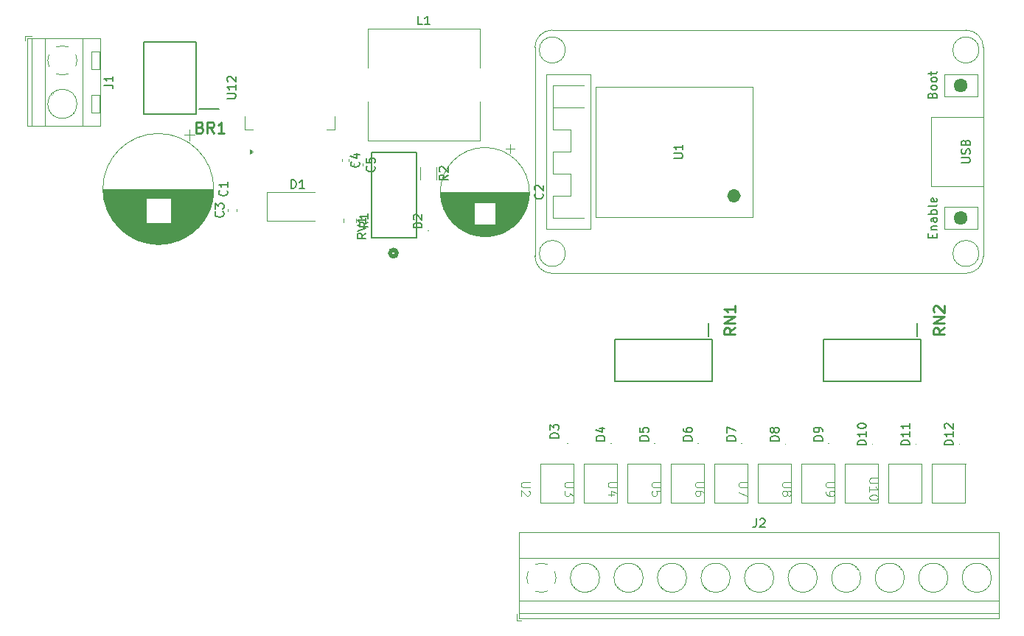
<source format=gbr>
%TF.GenerationSoftware,KiCad,Pcbnew,8.0.4-8.0.4-0~ubuntu22.04.1*%
%TF.CreationDate,2024-08-07T11:40:59-06:00*%
%TF.ProjectId,Sprinkler Controller,53707269-6e6b-46c6-9572-20436f6e7472,rev?*%
%TF.SameCoordinates,Original*%
%TF.FileFunction,Legend,Top*%
%TF.FilePolarity,Positive*%
%FSLAX46Y46*%
G04 Gerber Fmt 4.6, Leading zero omitted, Abs format (unit mm)*
G04 Created by KiCad (PCBNEW 8.0.4-8.0.4-0~ubuntu22.04.1) date 2024-08-07 11:40:59*
%MOMM*%
%LPD*%
G01*
G04 APERTURE LIST*
%ADD10C,0.150000*%
%ADD11C,0.100000*%
%ADD12C,0.254000*%
%ADD13C,0.152400*%
%ADD14C,0.508000*%
%ADD15C,0.120000*%
%ADD16C,0.200000*%
%ADD17C,1.000000*%
%ADD18C,0.800000*%
G04 APERTURE END LIST*
D10*
X138846619Y-106880238D02*
X138370428Y-107213571D01*
X138846619Y-107451666D02*
X137846619Y-107451666D01*
X137846619Y-107451666D02*
X137846619Y-107070714D01*
X137846619Y-107070714D02*
X137894238Y-106975476D01*
X137894238Y-106975476D02*
X137941857Y-106927857D01*
X137941857Y-106927857D02*
X138037095Y-106880238D01*
X138037095Y-106880238D02*
X138179952Y-106880238D01*
X138179952Y-106880238D02*
X138275190Y-106927857D01*
X138275190Y-106927857D02*
X138322809Y-106975476D01*
X138322809Y-106975476D02*
X138370428Y-107070714D01*
X138370428Y-107070714D02*
X138370428Y-107451666D01*
X137846619Y-106594523D02*
X138846619Y-106261190D01*
X138846619Y-106261190D02*
X137846619Y-105927857D01*
X138846619Y-105070714D02*
X138846619Y-105642142D01*
X138846619Y-105356428D02*
X137846619Y-105356428D01*
X137846619Y-105356428D02*
X137989476Y-105451666D01*
X137989476Y-105451666D02*
X138084714Y-105546904D01*
X138084714Y-105546904D02*
X138132333Y-105642142D01*
X148274819Y-100166666D02*
X147798628Y-100499999D01*
X148274819Y-100738094D02*
X147274819Y-100738094D01*
X147274819Y-100738094D02*
X147274819Y-100357142D01*
X147274819Y-100357142D02*
X147322438Y-100261904D01*
X147322438Y-100261904D02*
X147370057Y-100214285D01*
X147370057Y-100214285D02*
X147465295Y-100166666D01*
X147465295Y-100166666D02*
X147608152Y-100166666D01*
X147608152Y-100166666D02*
X147703390Y-100214285D01*
X147703390Y-100214285D02*
X147751009Y-100261904D01*
X147751009Y-100261904D02*
X147798628Y-100357142D01*
X147798628Y-100357142D02*
X147798628Y-100738094D01*
X147370057Y-99785713D02*
X147322438Y-99738094D01*
X147322438Y-99738094D02*
X147274819Y-99642856D01*
X147274819Y-99642856D02*
X147274819Y-99404761D01*
X147274819Y-99404761D02*
X147322438Y-99309523D01*
X147322438Y-99309523D02*
X147370057Y-99261904D01*
X147370057Y-99261904D02*
X147465295Y-99214285D01*
X147465295Y-99214285D02*
X147560533Y-99214285D01*
X147560533Y-99214285D02*
X147703390Y-99261904D01*
X147703390Y-99261904D02*
X148274819Y-99833332D01*
X148274819Y-99833332D02*
X148274819Y-99214285D01*
X139104819Y-105579166D02*
X138628628Y-105912499D01*
X139104819Y-106150594D02*
X138104819Y-106150594D01*
X138104819Y-106150594D02*
X138104819Y-105769642D01*
X138104819Y-105769642D02*
X138152438Y-105674404D01*
X138152438Y-105674404D02*
X138200057Y-105626785D01*
X138200057Y-105626785D02*
X138295295Y-105579166D01*
X138295295Y-105579166D02*
X138438152Y-105579166D01*
X138438152Y-105579166D02*
X138533390Y-105626785D01*
X138533390Y-105626785D02*
X138581009Y-105674404D01*
X138581009Y-105674404D02*
X138628628Y-105769642D01*
X138628628Y-105769642D02*
X138628628Y-106150594D01*
X139104819Y-104626785D02*
X139104819Y-105198213D01*
X139104819Y-104912499D02*
X138104819Y-104912499D01*
X138104819Y-104912499D02*
X138247676Y-105007737D01*
X138247676Y-105007737D02*
X138342914Y-105102975D01*
X138342914Y-105102975D02*
X138390533Y-105198213D01*
X206284819Y-131229285D02*
X205284819Y-131229285D01*
X205284819Y-131229285D02*
X205284819Y-130991190D01*
X205284819Y-130991190D02*
X205332438Y-130848333D01*
X205332438Y-130848333D02*
X205427676Y-130753095D01*
X205427676Y-130753095D02*
X205522914Y-130705476D01*
X205522914Y-130705476D02*
X205713390Y-130657857D01*
X205713390Y-130657857D02*
X205856247Y-130657857D01*
X205856247Y-130657857D02*
X206046723Y-130705476D01*
X206046723Y-130705476D02*
X206141961Y-130753095D01*
X206141961Y-130753095D02*
X206237200Y-130848333D01*
X206237200Y-130848333D02*
X206284819Y-130991190D01*
X206284819Y-130991190D02*
X206284819Y-131229285D01*
X206284819Y-129705476D02*
X206284819Y-130276904D01*
X206284819Y-129991190D02*
X205284819Y-129991190D01*
X205284819Y-129991190D02*
X205427676Y-130086428D01*
X205427676Y-130086428D02*
X205522914Y-130181666D01*
X205522914Y-130181666D02*
X205570533Y-130276904D01*
X205380057Y-129324523D02*
X205332438Y-129276904D01*
X205332438Y-129276904D02*
X205284819Y-129181666D01*
X205284819Y-129181666D02*
X205284819Y-128943571D01*
X205284819Y-128943571D02*
X205332438Y-128848333D01*
X205332438Y-128848333D02*
X205380057Y-128800714D01*
X205380057Y-128800714D02*
X205475295Y-128753095D01*
X205475295Y-128753095D02*
X205570533Y-128753095D01*
X205570533Y-128753095D02*
X205713390Y-128800714D01*
X205713390Y-128800714D02*
X206284819Y-129372142D01*
X206284819Y-129372142D02*
X206284819Y-128753095D01*
X201284819Y-131229285D02*
X200284819Y-131229285D01*
X200284819Y-131229285D02*
X200284819Y-130991190D01*
X200284819Y-130991190D02*
X200332438Y-130848333D01*
X200332438Y-130848333D02*
X200427676Y-130753095D01*
X200427676Y-130753095D02*
X200522914Y-130705476D01*
X200522914Y-130705476D02*
X200713390Y-130657857D01*
X200713390Y-130657857D02*
X200856247Y-130657857D01*
X200856247Y-130657857D02*
X201046723Y-130705476D01*
X201046723Y-130705476D02*
X201141961Y-130753095D01*
X201141961Y-130753095D02*
X201237200Y-130848333D01*
X201237200Y-130848333D02*
X201284819Y-130991190D01*
X201284819Y-130991190D02*
X201284819Y-131229285D01*
X201284819Y-129705476D02*
X201284819Y-130276904D01*
X201284819Y-129991190D02*
X200284819Y-129991190D01*
X200284819Y-129991190D02*
X200427676Y-130086428D01*
X200427676Y-130086428D02*
X200522914Y-130181666D01*
X200522914Y-130181666D02*
X200570533Y-130276904D01*
X201284819Y-128753095D02*
X201284819Y-129324523D01*
X201284819Y-129038809D02*
X200284819Y-129038809D01*
X200284819Y-129038809D02*
X200427676Y-129134047D01*
X200427676Y-129134047D02*
X200522914Y-129229285D01*
X200522914Y-129229285D02*
X200570533Y-129324523D01*
X196284819Y-131229285D02*
X195284819Y-131229285D01*
X195284819Y-131229285D02*
X195284819Y-130991190D01*
X195284819Y-130991190D02*
X195332438Y-130848333D01*
X195332438Y-130848333D02*
X195427676Y-130753095D01*
X195427676Y-130753095D02*
X195522914Y-130705476D01*
X195522914Y-130705476D02*
X195713390Y-130657857D01*
X195713390Y-130657857D02*
X195856247Y-130657857D01*
X195856247Y-130657857D02*
X196046723Y-130705476D01*
X196046723Y-130705476D02*
X196141961Y-130753095D01*
X196141961Y-130753095D02*
X196237200Y-130848333D01*
X196237200Y-130848333D02*
X196284819Y-130991190D01*
X196284819Y-130991190D02*
X196284819Y-131229285D01*
X196284819Y-129705476D02*
X196284819Y-130276904D01*
X196284819Y-129991190D02*
X195284819Y-129991190D01*
X195284819Y-129991190D02*
X195427676Y-130086428D01*
X195427676Y-130086428D02*
X195522914Y-130181666D01*
X195522914Y-130181666D02*
X195570533Y-130276904D01*
X195284819Y-129086428D02*
X195284819Y-128991190D01*
X195284819Y-128991190D02*
X195332438Y-128895952D01*
X195332438Y-128895952D02*
X195380057Y-128848333D01*
X195380057Y-128848333D02*
X195475295Y-128800714D01*
X195475295Y-128800714D02*
X195665771Y-128753095D01*
X195665771Y-128753095D02*
X195903866Y-128753095D01*
X195903866Y-128753095D02*
X196094342Y-128800714D01*
X196094342Y-128800714D02*
X196189580Y-128848333D01*
X196189580Y-128848333D02*
X196237200Y-128895952D01*
X196237200Y-128895952D02*
X196284819Y-128991190D01*
X196284819Y-128991190D02*
X196284819Y-129086428D01*
X196284819Y-129086428D02*
X196237200Y-129181666D01*
X196237200Y-129181666D02*
X196189580Y-129229285D01*
X196189580Y-129229285D02*
X196094342Y-129276904D01*
X196094342Y-129276904D02*
X195903866Y-129324523D01*
X195903866Y-129324523D02*
X195665771Y-129324523D01*
X195665771Y-129324523D02*
X195475295Y-129276904D01*
X195475295Y-129276904D02*
X195380057Y-129229285D01*
X195380057Y-129229285D02*
X195332438Y-129181666D01*
X195332438Y-129181666D02*
X195284819Y-129086428D01*
X191284819Y-130723094D02*
X190284819Y-130723094D01*
X190284819Y-130723094D02*
X190284819Y-130484999D01*
X190284819Y-130484999D02*
X190332438Y-130342142D01*
X190332438Y-130342142D02*
X190427676Y-130246904D01*
X190427676Y-130246904D02*
X190522914Y-130199285D01*
X190522914Y-130199285D02*
X190713390Y-130151666D01*
X190713390Y-130151666D02*
X190856247Y-130151666D01*
X190856247Y-130151666D02*
X191046723Y-130199285D01*
X191046723Y-130199285D02*
X191141961Y-130246904D01*
X191141961Y-130246904D02*
X191237200Y-130342142D01*
X191237200Y-130342142D02*
X191284819Y-130484999D01*
X191284819Y-130484999D02*
X191284819Y-130723094D01*
X191284819Y-129675475D02*
X191284819Y-129484999D01*
X191284819Y-129484999D02*
X191237200Y-129389761D01*
X191237200Y-129389761D02*
X191189580Y-129342142D01*
X191189580Y-129342142D02*
X191046723Y-129246904D01*
X191046723Y-129246904D02*
X190856247Y-129199285D01*
X190856247Y-129199285D02*
X190475295Y-129199285D01*
X190475295Y-129199285D02*
X190380057Y-129246904D01*
X190380057Y-129246904D02*
X190332438Y-129294523D01*
X190332438Y-129294523D02*
X190284819Y-129389761D01*
X190284819Y-129389761D02*
X190284819Y-129580237D01*
X190284819Y-129580237D02*
X190332438Y-129675475D01*
X190332438Y-129675475D02*
X190380057Y-129723094D01*
X190380057Y-129723094D02*
X190475295Y-129770713D01*
X190475295Y-129770713D02*
X190713390Y-129770713D01*
X190713390Y-129770713D02*
X190808628Y-129723094D01*
X190808628Y-129723094D02*
X190856247Y-129675475D01*
X190856247Y-129675475D02*
X190903866Y-129580237D01*
X190903866Y-129580237D02*
X190903866Y-129389761D01*
X190903866Y-129389761D02*
X190856247Y-129294523D01*
X190856247Y-129294523D02*
X190808628Y-129246904D01*
X190808628Y-129246904D02*
X190713390Y-129199285D01*
X186284819Y-130753094D02*
X185284819Y-130753094D01*
X185284819Y-130753094D02*
X185284819Y-130514999D01*
X185284819Y-130514999D02*
X185332438Y-130372142D01*
X185332438Y-130372142D02*
X185427676Y-130276904D01*
X185427676Y-130276904D02*
X185522914Y-130229285D01*
X185522914Y-130229285D02*
X185713390Y-130181666D01*
X185713390Y-130181666D02*
X185856247Y-130181666D01*
X185856247Y-130181666D02*
X186046723Y-130229285D01*
X186046723Y-130229285D02*
X186141961Y-130276904D01*
X186141961Y-130276904D02*
X186237200Y-130372142D01*
X186237200Y-130372142D02*
X186284819Y-130514999D01*
X186284819Y-130514999D02*
X186284819Y-130753094D01*
X185713390Y-129610237D02*
X185665771Y-129705475D01*
X185665771Y-129705475D02*
X185618152Y-129753094D01*
X185618152Y-129753094D02*
X185522914Y-129800713D01*
X185522914Y-129800713D02*
X185475295Y-129800713D01*
X185475295Y-129800713D02*
X185380057Y-129753094D01*
X185380057Y-129753094D02*
X185332438Y-129705475D01*
X185332438Y-129705475D02*
X185284819Y-129610237D01*
X185284819Y-129610237D02*
X185284819Y-129419761D01*
X185284819Y-129419761D02*
X185332438Y-129324523D01*
X185332438Y-129324523D02*
X185380057Y-129276904D01*
X185380057Y-129276904D02*
X185475295Y-129229285D01*
X185475295Y-129229285D02*
X185522914Y-129229285D01*
X185522914Y-129229285D02*
X185618152Y-129276904D01*
X185618152Y-129276904D02*
X185665771Y-129324523D01*
X185665771Y-129324523D02*
X185713390Y-129419761D01*
X185713390Y-129419761D02*
X185713390Y-129610237D01*
X185713390Y-129610237D02*
X185761009Y-129705475D01*
X185761009Y-129705475D02*
X185808628Y-129753094D01*
X185808628Y-129753094D02*
X185903866Y-129800713D01*
X185903866Y-129800713D02*
X186094342Y-129800713D01*
X186094342Y-129800713D02*
X186189580Y-129753094D01*
X186189580Y-129753094D02*
X186237200Y-129705475D01*
X186237200Y-129705475D02*
X186284819Y-129610237D01*
X186284819Y-129610237D02*
X186284819Y-129419761D01*
X186284819Y-129419761D02*
X186237200Y-129324523D01*
X186237200Y-129324523D02*
X186189580Y-129276904D01*
X186189580Y-129276904D02*
X186094342Y-129229285D01*
X186094342Y-129229285D02*
X185903866Y-129229285D01*
X185903866Y-129229285D02*
X185808628Y-129276904D01*
X185808628Y-129276904D02*
X185761009Y-129324523D01*
X185761009Y-129324523D02*
X185713390Y-129419761D01*
X181284819Y-130738094D02*
X180284819Y-130738094D01*
X180284819Y-130738094D02*
X180284819Y-130499999D01*
X180284819Y-130499999D02*
X180332438Y-130357142D01*
X180332438Y-130357142D02*
X180427676Y-130261904D01*
X180427676Y-130261904D02*
X180522914Y-130214285D01*
X180522914Y-130214285D02*
X180713390Y-130166666D01*
X180713390Y-130166666D02*
X180856247Y-130166666D01*
X180856247Y-130166666D02*
X181046723Y-130214285D01*
X181046723Y-130214285D02*
X181141961Y-130261904D01*
X181141961Y-130261904D02*
X181237200Y-130357142D01*
X181237200Y-130357142D02*
X181284819Y-130499999D01*
X181284819Y-130499999D02*
X181284819Y-130738094D01*
X180284819Y-129833332D02*
X180284819Y-129166666D01*
X180284819Y-129166666D02*
X181284819Y-129595237D01*
X176284819Y-130723094D02*
X175284819Y-130723094D01*
X175284819Y-130723094D02*
X175284819Y-130484999D01*
X175284819Y-130484999D02*
X175332438Y-130342142D01*
X175332438Y-130342142D02*
X175427676Y-130246904D01*
X175427676Y-130246904D02*
X175522914Y-130199285D01*
X175522914Y-130199285D02*
X175713390Y-130151666D01*
X175713390Y-130151666D02*
X175856247Y-130151666D01*
X175856247Y-130151666D02*
X176046723Y-130199285D01*
X176046723Y-130199285D02*
X176141961Y-130246904D01*
X176141961Y-130246904D02*
X176237200Y-130342142D01*
X176237200Y-130342142D02*
X176284819Y-130484999D01*
X176284819Y-130484999D02*
X176284819Y-130723094D01*
X175284819Y-129294523D02*
X175284819Y-129484999D01*
X175284819Y-129484999D02*
X175332438Y-129580237D01*
X175332438Y-129580237D02*
X175380057Y-129627856D01*
X175380057Y-129627856D02*
X175522914Y-129723094D01*
X175522914Y-129723094D02*
X175713390Y-129770713D01*
X175713390Y-129770713D02*
X176094342Y-129770713D01*
X176094342Y-129770713D02*
X176189580Y-129723094D01*
X176189580Y-129723094D02*
X176237200Y-129675475D01*
X176237200Y-129675475D02*
X176284819Y-129580237D01*
X176284819Y-129580237D02*
X176284819Y-129389761D01*
X176284819Y-129389761D02*
X176237200Y-129294523D01*
X176237200Y-129294523D02*
X176189580Y-129246904D01*
X176189580Y-129246904D02*
X176094342Y-129199285D01*
X176094342Y-129199285D02*
X175856247Y-129199285D01*
X175856247Y-129199285D02*
X175761009Y-129246904D01*
X175761009Y-129246904D02*
X175713390Y-129294523D01*
X175713390Y-129294523D02*
X175665771Y-129389761D01*
X175665771Y-129389761D02*
X175665771Y-129580237D01*
X175665771Y-129580237D02*
X175713390Y-129675475D01*
X175713390Y-129675475D02*
X175761009Y-129723094D01*
X175761009Y-129723094D02*
X175856247Y-129770713D01*
X171284819Y-130723094D02*
X170284819Y-130723094D01*
X170284819Y-130723094D02*
X170284819Y-130484999D01*
X170284819Y-130484999D02*
X170332438Y-130342142D01*
X170332438Y-130342142D02*
X170427676Y-130246904D01*
X170427676Y-130246904D02*
X170522914Y-130199285D01*
X170522914Y-130199285D02*
X170713390Y-130151666D01*
X170713390Y-130151666D02*
X170856247Y-130151666D01*
X170856247Y-130151666D02*
X171046723Y-130199285D01*
X171046723Y-130199285D02*
X171141961Y-130246904D01*
X171141961Y-130246904D02*
X171237200Y-130342142D01*
X171237200Y-130342142D02*
X171284819Y-130484999D01*
X171284819Y-130484999D02*
X171284819Y-130723094D01*
X170284819Y-129246904D02*
X170284819Y-129723094D01*
X170284819Y-129723094D02*
X170761009Y-129770713D01*
X170761009Y-129770713D02*
X170713390Y-129723094D01*
X170713390Y-129723094D02*
X170665771Y-129627856D01*
X170665771Y-129627856D02*
X170665771Y-129389761D01*
X170665771Y-129389761D02*
X170713390Y-129294523D01*
X170713390Y-129294523D02*
X170761009Y-129246904D01*
X170761009Y-129246904D02*
X170856247Y-129199285D01*
X170856247Y-129199285D02*
X171094342Y-129199285D01*
X171094342Y-129199285D02*
X171189580Y-129246904D01*
X171189580Y-129246904D02*
X171237200Y-129294523D01*
X171237200Y-129294523D02*
X171284819Y-129389761D01*
X171284819Y-129389761D02*
X171284819Y-129627856D01*
X171284819Y-129627856D02*
X171237200Y-129723094D01*
X171237200Y-129723094D02*
X171189580Y-129770713D01*
X166284819Y-130723094D02*
X165284819Y-130723094D01*
X165284819Y-130723094D02*
X165284819Y-130484999D01*
X165284819Y-130484999D02*
X165332438Y-130342142D01*
X165332438Y-130342142D02*
X165427676Y-130246904D01*
X165427676Y-130246904D02*
X165522914Y-130199285D01*
X165522914Y-130199285D02*
X165713390Y-130151666D01*
X165713390Y-130151666D02*
X165856247Y-130151666D01*
X165856247Y-130151666D02*
X166046723Y-130199285D01*
X166046723Y-130199285D02*
X166141961Y-130246904D01*
X166141961Y-130246904D02*
X166237200Y-130342142D01*
X166237200Y-130342142D02*
X166284819Y-130484999D01*
X166284819Y-130484999D02*
X166284819Y-130723094D01*
X165618152Y-129294523D02*
X166284819Y-129294523D01*
X165237200Y-129532618D02*
X165951485Y-129770713D01*
X165951485Y-129770713D02*
X165951485Y-129151666D01*
X160994819Y-130410594D02*
X159994819Y-130410594D01*
X159994819Y-130410594D02*
X159994819Y-130172499D01*
X159994819Y-130172499D02*
X160042438Y-130029642D01*
X160042438Y-130029642D02*
X160137676Y-129934404D01*
X160137676Y-129934404D02*
X160232914Y-129886785D01*
X160232914Y-129886785D02*
X160423390Y-129839166D01*
X160423390Y-129839166D02*
X160566247Y-129839166D01*
X160566247Y-129839166D02*
X160756723Y-129886785D01*
X160756723Y-129886785D02*
X160851961Y-129934404D01*
X160851961Y-129934404D02*
X160947200Y-130029642D01*
X160947200Y-130029642D02*
X160994819Y-130172499D01*
X160994819Y-130172499D02*
X160994819Y-130410594D01*
X159994819Y-129505832D02*
X159994819Y-128886785D01*
X159994819Y-128886785D02*
X160375771Y-129220118D01*
X160375771Y-129220118D02*
X160375771Y-129077261D01*
X160375771Y-129077261D02*
X160423390Y-128982023D01*
X160423390Y-128982023D02*
X160471009Y-128934404D01*
X160471009Y-128934404D02*
X160566247Y-128886785D01*
X160566247Y-128886785D02*
X160804342Y-128886785D01*
X160804342Y-128886785D02*
X160899580Y-128934404D01*
X160899580Y-128934404D02*
X160947200Y-128982023D01*
X160947200Y-128982023D02*
X160994819Y-129077261D01*
X160994819Y-129077261D02*
X160994819Y-129362975D01*
X160994819Y-129362975D02*
X160947200Y-129458213D01*
X160947200Y-129458213D02*
X160899580Y-129505832D01*
X145284819Y-106253094D02*
X144284819Y-106253094D01*
X144284819Y-106253094D02*
X144284819Y-106014999D01*
X144284819Y-106014999D02*
X144332438Y-105872142D01*
X144332438Y-105872142D02*
X144427676Y-105776904D01*
X144427676Y-105776904D02*
X144522914Y-105729285D01*
X144522914Y-105729285D02*
X144713390Y-105681666D01*
X144713390Y-105681666D02*
X144856247Y-105681666D01*
X144856247Y-105681666D02*
X145046723Y-105729285D01*
X145046723Y-105729285D02*
X145141961Y-105776904D01*
X145141961Y-105776904D02*
X145237200Y-105872142D01*
X145237200Y-105872142D02*
X145284819Y-106014999D01*
X145284819Y-106014999D02*
X145284819Y-106253094D01*
X144380057Y-105300713D02*
X144332438Y-105253094D01*
X144332438Y-105253094D02*
X144284819Y-105157856D01*
X144284819Y-105157856D02*
X144284819Y-104919761D01*
X144284819Y-104919761D02*
X144332438Y-104824523D01*
X144332438Y-104824523D02*
X144380057Y-104776904D01*
X144380057Y-104776904D02*
X144475295Y-104729285D01*
X144475295Y-104729285D02*
X144570533Y-104729285D01*
X144570533Y-104729285D02*
X144713390Y-104776904D01*
X144713390Y-104776904D02*
X145284819Y-105348332D01*
X145284819Y-105348332D02*
X145284819Y-104729285D01*
X139789580Y-99166666D02*
X139837200Y-99214285D01*
X139837200Y-99214285D02*
X139884819Y-99357142D01*
X139884819Y-99357142D02*
X139884819Y-99452380D01*
X139884819Y-99452380D02*
X139837200Y-99595237D01*
X139837200Y-99595237D02*
X139741961Y-99690475D01*
X139741961Y-99690475D02*
X139646723Y-99738094D01*
X139646723Y-99738094D02*
X139456247Y-99785713D01*
X139456247Y-99785713D02*
X139313390Y-99785713D01*
X139313390Y-99785713D02*
X139122914Y-99738094D01*
X139122914Y-99738094D02*
X139027676Y-99690475D01*
X139027676Y-99690475D02*
X138932438Y-99595237D01*
X138932438Y-99595237D02*
X138884819Y-99452380D01*
X138884819Y-99452380D02*
X138884819Y-99357142D01*
X138884819Y-99357142D02*
X138932438Y-99214285D01*
X138932438Y-99214285D02*
X138980057Y-99166666D01*
X138884819Y-98261904D02*
X138884819Y-98738094D01*
X138884819Y-98738094D02*
X139361009Y-98785713D01*
X139361009Y-98785713D02*
X139313390Y-98738094D01*
X139313390Y-98738094D02*
X139265771Y-98642856D01*
X139265771Y-98642856D02*
X139265771Y-98404761D01*
X139265771Y-98404761D02*
X139313390Y-98309523D01*
X139313390Y-98309523D02*
X139361009Y-98261904D01*
X139361009Y-98261904D02*
X139456247Y-98214285D01*
X139456247Y-98214285D02*
X139694342Y-98214285D01*
X139694342Y-98214285D02*
X139789580Y-98261904D01*
X139789580Y-98261904D02*
X139837200Y-98309523D01*
X139837200Y-98309523D02*
X139884819Y-98404761D01*
X139884819Y-98404761D02*
X139884819Y-98642856D01*
X139884819Y-98642856D02*
X139837200Y-98738094D01*
X139837200Y-98738094D02*
X139789580Y-98785713D01*
X138019580Y-98646666D02*
X138067200Y-98694285D01*
X138067200Y-98694285D02*
X138114819Y-98837142D01*
X138114819Y-98837142D02*
X138114819Y-98932380D01*
X138114819Y-98932380D02*
X138067200Y-99075237D01*
X138067200Y-99075237D02*
X137971961Y-99170475D01*
X137971961Y-99170475D02*
X137876723Y-99218094D01*
X137876723Y-99218094D02*
X137686247Y-99265713D01*
X137686247Y-99265713D02*
X137543390Y-99265713D01*
X137543390Y-99265713D02*
X137352914Y-99218094D01*
X137352914Y-99218094D02*
X137257676Y-99170475D01*
X137257676Y-99170475D02*
X137162438Y-99075237D01*
X137162438Y-99075237D02*
X137114819Y-98932380D01*
X137114819Y-98932380D02*
X137114819Y-98837142D01*
X137114819Y-98837142D02*
X137162438Y-98694285D01*
X137162438Y-98694285D02*
X137210057Y-98646666D01*
X137448152Y-97789523D02*
X138114819Y-97789523D01*
X137067200Y-98027618D02*
X137781485Y-98265713D01*
X137781485Y-98265713D02*
X137781485Y-97646666D01*
X122429580Y-104391666D02*
X122477200Y-104439285D01*
X122477200Y-104439285D02*
X122524819Y-104582142D01*
X122524819Y-104582142D02*
X122524819Y-104677380D01*
X122524819Y-104677380D02*
X122477200Y-104820237D01*
X122477200Y-104820237D02*
X122381961Y-104915475D01*
X122381961Y-104915475D02*
X122286723Y-104963094D01*
X122286723Y-104963094D02*
X122096247Y-105010713D01*
X122096247Y-105010713D02*
X121953390Y-105010713D01*
X121953390Y-105010713D02*
X121762914Y-104963094D01*
X121762914Y-104963094D02*
X121667676Y-104915475D01*
X121667676Y-104915475D02*
X121572438Y-104820237D01*
X121572438Y-104820237D02*
X121524819Y-104677380D01*
X121524819Y-104677380D02*
X121524819Y-104582142D01*
X121524819Y-104582142D02*
X121572438Y-104439285D01*
X121572438Y-104439285D02*
X121620057Y-104391666D01*
X121524819Y-104058332D02*
X121524819Y-103439285D01*
X121524819Y-103439285D02*
X121905771Y-103772618D01*
X121905771Y-103772618D02*
X121905771Y-103629761D01*
X121905771Y-103629761D02*
X121953390Y-103534523D01*
X121953390Y-103534523D02*
X122001009Y-103486904D01*
X122001009Y-103486904D02*
X122096247Y-103439285D01*
X122096247Y-103439285D02*
X122334342Y-103439285D01*
X122334342Y-103439285D02*
X122429580Y-103486904D01*
X122429580Y-103486904D02*
X122477200Y-103534523D01*
X122477200Y-103534523D02*
X122524819Y-103629761D01*
X122524819Y-103629761D02*
X122524819Y-103915475D01*
X122524819Y-103915475D02*
X122477200Y-104010713D01*
X122477200Y-104010713D02*
X122429580Y-104058332D01*
X159109580Y-102298966D02*
X159157200Y-102346585D01*
X159157200Y-102346585D02*
X159204819Y-102489442D01*
X159204819Y-102489442D02*
X159204819Y-102584680D01*
X159204819Y-102584680D02*
X159157200Y-102727537D01*
X159157200Y-102727537D02*
X159061961Y-102822775D01*
X159061961Y-102822775D02*
X158966723Y-102870394D01*
X158966723Y-102870394D02*
X158776247Y-102918013D01*
X158776247Y-102918013D02*
X158633390Y-102918013D01*
X158633390Y-102918013D02*
X158442914Y-102870394D01*
X158442914Y-102870394D02*
X158347676Y-102822775D01*
X158347676Y-102822775D02*
X158252438Y-102727537D01*
X158252438Y-102727537D02*
X158204819Y-102584680D01*
X158204819Y-102584680D02*
X158204819Y-102489442D01*
X158204819Y-102489442D02*
X158252438Y-102346585D01*
X158252438Y-102346585D02*
X158300057Y-102298966D01*
X158300057Y-101918013D02*
X158252438Y-101870394D01*
X158252438Y-101870394D02*
X158204819Y-101775156D01*
X158204819Y-101775156D02*
X158204819Y-101537061D01*
X158204819Y-101537061D02*
X158252438Y-101441823D01*
X158252438Y-101441823D02*
X158300057Y-101394204D01*
X158300057Y-101394204D02*
X158395295Y-101346585D01*
X158395295Y-101346585D02*
X158490533Y-101346585D01*
X158490533Y-101346585D02*
X158633390Y-101394204D01*
X158633390Y-101394204D02*
X159204819Y-101965632D01*
X159204819Y-101965632D02*
X159204819Y-101346585D01*
D11*
X157662580Y-135508095D02*
X156853057Y-135508095D01*
X156853057Y-135508095D02*
X156757819Y-135555714D01*
X156757819Y-135555714D02*
X156710200Y-135603333D01*
X156710200Y-135603333D02*
X156662580Y-135698571D01*
X156662580Y-135698571D02*
X156662580Y-135889047D01*
X156662580Y-135889047D02*
X156710200Y-135984285D01*
X156710200Y-135984285D02*
X156757819Y-136031904D01*
X156757819Y-136031904D02*
X156853057Y-136079523D01*
X156853057Y-136079523D02*
X157662580Y-136079523D01*
X157567342Y-136508095D02*
X157614961Y-136555714D01*
X157614961Y-136555714D02*
X157662580Y-136650952D01*
X157662580Y-136650952D02*
X157662580Y-136889047D01*
X157662580Y-136889047D02*
X157614961Y-136984285D01*
X157614961Y-136984285D02*
X157567342Y-137031904D01*
X157567342Y-137031904D02*
X157472104Y-137079523D01*
X157472104Y-137079523D02*
X157376866Y-137079523D01*
X157376866Y-137079523D02*
X157234009Y-137031904D01*
X157234009Y-137031904D02*
X156662580Y-136460476D01*
X156662580Y-136460476D02*
X156662580Y-137079523D01*
D10*
X122904819Y-91363094D02*
X123714342Y-91363094D01*
X123714342Y-91363094D02*
X123809580Y-91315475D01*
X123809580Y-91315475D02*
X123857200Y-91267856D01*
X123857200Y-91267856D02*
X123904819Y-91172618D01*
X123904819Y-91172618D02*
X123904819Y-90982142D01*
X123904819Y-90982142D02*
X123857200Y-90886904D01*
X123857200Y-90886904D02*
X123809580Y-90839285D01*
X123809580Y-90839285D02*
X123714342Y-90791666D01*
X123714342Y-90791666D02*
X122904819Y-90791666D01*
X123904819Y-89791666D02*
X123904819Y-90363094D01*
X123904819Y-90077380D02*
X122904819Y-90077380D01*
X122904819Y-90077380D02*
X123047676Y-90172618D01*
X123047676Y-90172618D02*
X123142914Y-90267856D01*
X123142914Y-90267856D02*
X123190533Y-90363094D01*
X123000057Y-89410713D02*
X122952438Y-89363094D01*
X122952438Y-89363094D02*
X122904819Y-89267856D01*
X122904819Y-89267856D02*
X122904819Y-89029761D01*
X122904819Y-89029761D02*
X122952438Y-88934523D01*
X122952438Y-88934523D02*
X123000057Y-88886904D01*
X123000057Y-88886904D02*
X123095295Y-88839285D01*
X123095295Y-88839285D02*
X123190533Y-88839285D01*
X123190533Y-88839285D02*
X123333390Y-88886904D01*
X123333390Y-88886904D02*
X123904819Y-89458332D01*
X123904819Y-89458332D02*
X123904819Y-88839285D01*
X108794819Y-89833333D02*
X109509104Y-89833333D01*
X109509104Y-89833333D02*
X109651961Y-89880952D01*
X109651961Y-89880952D02*
X109747200Y-89976190D01*
X109747200Y-89976190D02*
X109794819Y-90119047D01*
X109794819Y-90119047D02*
X109794819Y-90214285D01*
X109794819Y-88833333D02*
X109794819Y-89404761D01*
X109794819Y-89119047D02*
X108794819Y-89119047D01*
X108794819Y-89119047D02*
X108937676Y-89214285D01*
X108937676Y-89214285D02*
X109032914Y-89309523D01*
X109032914Y-89309523D02*
X109080533Y-89404761D01*
X183666666Y-139694819D02*
X183666666Y-140409104D01*
X183666666Y-140409104D02*
X183619047Y-140551961D01*
X183619047Y-140551961D02*
X183523809Y-140647200D01*
X183523809Y-140647200D02*
X183380952Y-140694819D01*
X183380952Y-140694819D02*
X183285714Y-140694819D01*
X184095238Y-139790057D02*
X184142857Y-139742438D01*
X184142857Y-139742438D02*
X184238095Y-139694819D01*
X184238095Y-139694819D02*
X184476190Y-139694819D01*
X184476190Y-139694819D02*
X184571428Y-139742438D01*
X184571428Y-139742438D02*
X184619047Y-139790057D01*
X184619047Y-139790057D02*
X184666666Y-139885295D01*
X184666666Y-139885295D02*
X184666666Y-139980533D01*
X184666666Y-139980533D02*
X184619047Y-140123390D01*
X184619047Y-140123390D02*
X184047619Y-140694819D01*
X184047619Y-140694819D02*
X184666666Y-140694819D01*
X122859580Y-101941666D02*
X122907200Y-101989285D01*
X122907200Y-101989285D02*
X122954819Y-102132142D01*
X122954819Y-102132142D02*
X122954819Y-102227380D01*
X122954819Y-102227380D02*
X122907200Y-102370237D01*
X122907200Y-102370237D02*
X122811961Y-102465475D01*
X122811961Y-102465475D02*
X122716723Y-102513094D01*
X122716723Y-102513094D02*
X122526247Y-102560713D01*
X122526247Y-102560713D02*
X122383390Y-102560713D01*
X122383390Y-102560713D02*
X122192914Y-102513094D01*
X122192914Y-102513094D02*
X122097676Y-102465475D01*
X122097676Y-102465475D02*
X122002438Y-102370237D01*
X122002438Y-102370237D02*
X121954819Y-102227380D01*
X121954819Y-102227380D02*
X121954819Y-102132142D01*
X121954819Y-102132142D02*
X122002438Y-101989285D01*
X122002438Y-101989285D02*
X122050057Y-101941666D01*
X122954819Y-100989285D02*
X122954819Y-101560713D01*
X122954819Y-101274999D02*
X121954819Y-101274999D01*
X121954819Y-101274999D02*
X122097676Y-101370237D01*
X122097676Y-101370237D02*
X122192914Y-101465475D01*
X122192914Y-101465475D02*
X122240533Y-101560713D01*
D11*
X197662580Y-135031905D02*
X196853057Y-135031905D01*
X196853057Y-135031905D02*
X196757819Y-135079524D01*
X196757819Y-135079524D02*
X196710200Y-135127143D01*
X196710200Y-135127143D02*
X196662580Y-135222381D01*
X196662580Y-135222381D02*
X196662580Y-135412857D01*
X196662580Y-135412857D02*
X196710200Y-135508095D01*
X196710200Y-135508095D02*
X196757819Y-135555714D01*
X196757819Y-135555714D02*
X196853057Y-135603333D01*
X196853057Y-135603333D02*
X197662580Y-135603333D01*
X196662580Y-136603333D02*
X196662580Y-136031905D01*
X196662580Y-136317619D02*
X197662580Y-136317619D01*
X197662580Y-136317619D02*
X197519723Y-136222381D01*
X197519723Y-136222381D02*
X197424485Y-136127143D01*
X197424485Y-136127143D02*
X197376866Y-136031905D01*
X197662580Y-137222381D02*
X197662580Y-137317619D01*
X197662580Y-137317619D02*
X197614961Y-137412857D01*
X197614961Y-137412857D02*
X197567342Y-137460476D01*
X197567342Y-137460476D02*
X197472104Y-137508095D01*
X197472104Y-137508095D02*
X197281628Y-137555714D01*
X197281628Y-137555714D02*
X197043533Y-137555714D01*
X197043533Y-137555714D02*
X196853057Y-137508095D01*
X196853057Y-137508095D02*
X196757819Y-137460476D01*
X196757819Y-137460476D02*
X196710200Y-137412857D01*
X196710200Y-137412857D02*
X196662580Y-137317619D01*
X196662580Y-137317619D02*
X196662580Y-137222381D01*
X196662580Y-137222381D02*
X196710200Y-137127143D01*
X196710200Y-137127143D02*
X196757819Y-137079524D01*
X196757819Y-137079524D02*
X196853057Y-137031905D01*
X196853057Y-137031905D02*
X197043533Y-136984286D01*
X197043533Y-136984286D02*
X197281628Y-136984286D01*
X197281628Y-136984286D02*
X197472104Y-137031905D01*
X197472104Y-137031905D02*
X197567342Y-137079524D01*
X197567342Y-137079524D02*
X197614961Y-137127143D01*
X197614961Y-137127143D02*
X197662580Y-137222381D01*
D12*
X119805952Y-94669080D02*
X119987380Y-94729556D01*
X119987380Y-94729556D02*
X120047857Y-94790032D01*
X120047857Y-94790032D02*
X120108333Y-94910984D01*
X120108333Y-94910984D02*
X120108333Y-95092413D01*
X120108333Y-95092413D02*
X120047857Y-95213365D01*
X120047857Y-95213365D02*
X119987380Y-95273842D01*
X119987380Y-95273842D02*
X119866428Y-95334318D01*
X119866428Y-95334318D02*
X119382618Y-95334318D01*
X119382618Y-95334318D02*
X119382618Y-94064318D01*
X119382618Y-94064318D02*
X119805952Y-94064318D01*
X119805952Y-94064318D02*
X119926904Y-94124794D01*
X119926904Y-94124794D02*
X119987380Y-94185270D01*
X119987380Y-94185270D02*
X120047857Y-94306222D01*
X120047857Y-94306222D02*
X120047857Y-94427175D01*
X120047857Y-94427175D02*
X119987380Y-94548127D01*
X119987380Y-94548127D02*
X119926904Y-94608603D01*
X119926904Y-94608603D02*
X119805952Y-94669080D01*
X119805952Y-94669080D02*
X119382618Y-94669080D01*
X121378333Y-95334318D02*
X120954999Y-94729556D01*
X120652618Y-95334318D02*
X120652618Y-94064318D01*
X120652618Y-94064318D02*
X121136428Y-94064318D01*
X121136428Y-94064318D02*
X121257380Y-94124794D01*
X121257380Y-94124794D02*
X121317857Y-94185270D01*
X121317857Y-94185270D02*
X121378333Y-94306222D01*
X121378333Y-94306222D02*
X121378333Y-94487651D01*
X121378333Y-94487651D02*
X121317857Y-94608603D01*
X121317857Y-94608603D02*
X121257380Y-94669080D01*
X121257380Y-94669080D02*
X121136428Y-94729556D01*
X121136428Y-94729556D02*
X120652618Y-94729556D01*
X122587857Y-95334318D02*
X121862142Y-95334318D01*
X122224999Y-95334318D02*
X122224999Y-94064318D01*
X122224999Y-94064318D02*
X122104047Y-94245746D01*
X122104047Y-94245746D02*
X121983095Y-94366699D01*
X121983095Y-94366699D02*
X121862142Y-94427175D01*
D10*
X145333333Y-82879819D02*
X144857143Y-82879819D01*
X144857143Y-82879819D02*
X144857143Y-81879819D01*
X146190476Y-82879819D02*
X145619048Y-82879819D01*
X145904762Y-82879819D02*
X145904762Y-81879819D01*
X145904762Y-81879819D02*
X145809524Y-82022676D01*
X145809524Y-82022676D02*
X145714286Y-82117914D01*
X145714286Y-82117914D02*
X145619048Y-82165533D01*
D12*
X181264318Y-117756904D02*
X180659556Y-118180238D01*
X181264318Y-118482619D02*
X179994318Y-118482619D01*
X179994318Y-118482619D02*
X179994318Y-117998809D01*
X179994318Y-117998809D02*
X180054794Y-117877857D01*
X180054794Y-117877857D02*
X180115270Y-117817380D01*
X180115270Y-117817380D02*
X180236222Y-117756904D01*
X180236222Y-117756904D02*
X180417651Y-117756904D01*
X180417651Y-117756904D02*
X180538603Y-117817380D01*
X180538603Y-117817380D02*
X180599080Y-117877857D01*
X180599080Y-117877857D02*
X180659556Y-117998809D01*
X180659556Y-117998809D02*
X180659556Y-118482619D01*
X181264318Y-117212619D02*
X179994318Y-117212619D01*
X179994318Y-117212619D02*
X181264318Y-116486904D01*
X181264318Y-116486904D02*
X179994318Y-116486904D01*
X181264318Y-115216904D02*
X181264318Y-115942619D01*
X181264318Y-115579762D02*
X179994318Y-115579762D01*
X179994318Y-115579762D02*
X180175746Y-115700714D01*
X180175746Y-115700714D02*
X180296699Y-115821666D01*
X180296699Y-115821666D02*
X180357175Y-115942619D01*
D11*
X182662580Y-135508095D02*
X181853057Y-135508095D01*
X181853057Y-135508095D02*
X181757819Y-135555714D01*
X181757819Y-135555714D02*
X181710200Y-135603333D01*
X181710200Y-135603333D02*
X181662580Y-135698571D01*
X181662580Y-135698571D02*
X181662580Y-135889047D01*
X181662580Y-135889047D02*
X181710200Y-135984285D01*
X181710200Y-135984285D02*
X181757819Y-136031904D01*
X181757819Y-136031904D02*
X181853057Y-136079523D01*
X181853057Y-136079523D02*
X182662580Y-136079523D01*
X182662580Y-136460476D02*
X182662580Y-137127142D01*
X182662580Y-137127142D02*
X181662580Y-136698571D01*
X167662580Y-135508095D02*
X166853057Y-135508095D01*
X166853057Y-135508095D02*
X166757819Y-135555714D01*
X166757819Y-135555714D02*
X166710200Y-135603333D01*
X166710200Y-135603333D02*
X166662580Y-135698571D01*
X166662580Y-135698571D02*
X166662580Y-135889047D01*
X166662580Y-135889047D02*
X166710200Y-135984285D01*
X166710200Y-135984285D02*
X166757819Y-136031904D01*
X166757819Y-136031904D02*
X166853057Y-136079523D01*
X166853057Y-136079523D02*
X167662580Y-136079523D01*
X167329247Y-136984285D02*
X166662580Y-136984285D01*
X167710200Y-136746190D02*
X166995914Y-136508095D01*
X166995914Y-136508095D02*
X166995914Y-137127142D01*
X192662580Y-135508095D02*
X191853057Y-135508095D01*
X191853057Y-135508095D02*
X191757819Y-135555714D01*
X191757819Y-135555714D02*
X191710200Y-135603333D01*
X191710200Y-135603333D02*
X191662580Y-135698571D01*
X191662580Y-135698571D02*
X191662580Y-135889047D01*
X191662580Y-135889047D02*
X191710200Y-135984285D01*
X191710200Y-135984285D02*
X191757819Y-136031904D01*
X191757819Y-136031904D02*
X191853057Y-136079523D01*
X191853057Y-136079523D02*
X192662580Y-136079523D01*
X191662580Y-136603333D02*
X191662580Y-136793809D01*
X191662580Y-136793809D02*
X191710200Y-136889047D01*
X191710200Y-136889047D02*
X191757819Y-136936666D01*
X191757819Y-136936666D02*
X191900676Y-137031904D01*
X191900676Y-137031904D02*
X192091152Y-137079523D01*
X192091152Y-137079523D02*
X192472104Y-137079523D01*
X192472104Y-137079523D02*
X192567342Y-137031904D01*
X192567342Y-137031904D02*
X192614961Y-136984285D01*
X192614961Y-136984285D02*
X192662580Y-136889047D01*
X192662580Y-136889047D02*
X192662580Y-136698571D01*
X192662580Y-136698571D02*
X192614961Y-136603333D01*
X192614961Y-136603333D02*
X192567342Y-136555714D01*
X192567342Y-136555714D02*
X192472104Y-136508095D01*
X192472104Y-136508095D02*
X192234009Y-136508095D01*
X192234009Y-136508095D02*
X192138771Y-136555714D01*
X192138771Y-136555714D02*
X192091152Y-136603333D01*
X192091152Y-136603333D02*
X192043533Y-136698571D01*
X192043533Y-136698571D02*
X192043533Y-136889047D01*
X192043533Y-136889047D02*
X192091152Y-136984285D01*
X192091152Y-136984285D02*
X192138771Y-137031904D01*
X192138771Y-137031904D02*
X192234009Y-137079523D01*
X177662580Y-135508095D02*
X176853057Y-135508095D01*
X176853057Y-135508095D02*
X176757819Y-135555714D01*
X176757819Y-135555714D02*
X176710200Y-135603333D01*
X176710200Y-135603333D02*
X176662580Y-135698571D01*
X176662580Y-135698571D02*
X176662580Y-135889047D01*
X176662580Y-135889047D02*
X176710200Y-135984285D01*
X176710200Y-135984285D02*
X176757819Y-136031904D01*
X176757819Y-136031904D02*
X176853057Y-136079523D01*
X176853057Y-136079523D02*
X177662580Y-136079523D01*
X177662580Y-136984285D02*
X177662580Y-136793809D01*
X177662580Y-136793809D02*
X177614961Y-136698571D01*
X177614961Y-136698571D02*
X177567342Y-136650952D01*
X177567342Y-136650952D02*
X177424485Y-136555714D01*
X177424485Y-136555714D02*
X177234009Y-136508095D01*
X177234009Y-136508095D02*
X176853057Y-136508095D01*
X176853057Y-136508095D02*
X176757819Y-136555714D01*
X176757819Y-136555714D02*
X176710200Y-136603333D01*
X176710200Y-136603333D02*
X176662580Y-136698571D01*
X176662580Y-136698571D02*
X176662580Y-136889047D01*
X176662580Y-136889047D02*
X176710200Y-136984285D01*
X176710200Y-136984285D02*
X176757819Y-137031904D01*
X176757819Y-137031904D02*
X176853057Y-137079523D01*
X176853057Y-137079523D02*
X177091152Y-137079523D01*
X177091152Y-137079523D02*
X177186390Y-137031904D01*
X177186390Y-137031904D02*
X177234009Y-136984285D01*
X177234009Y-136984285D02*
X177281628Y-136889047D01*
X177281628Y-136889047D02*
X177281628Y-136698571D01*
X177281628Y-136698571D02*
X177234009Y-136603333D01*
X177234009Y-136603333D02*
X177186390Y-136555714D01*
X177186390Y-136555714D02*
X177091152Y-136508095D01*
X172662580Y-135508095D02*
X171853057Y-135508095D01*
X171853057Y-135508095D02*
X171757819Y-135555714D01*
X171757819Y-135555714D02*
X171710200Y-135603333D01*
X171710200Y-135603333D02*
X171662580Y-135698571D01*
X171662580Y-135698571D02*
X171662580Y-135889047D01*
X171662580Y-135889047D02*
X171710200Y-135984285D01*
X171710200Y-135984285D02*
X171757819Y-136031904D01*
X171757819Y-136031904D02*
X171853057Y-136079523D01*
X171853057Y-136079523D02*
X172662580Y-136079523D01*
X172662580Y-137031904D02*
X172662580Y-136555714D01*
X172662580Y-136555714D02*
X172186390Y-136508095D01*
X172186390Y-136508095D02*
X172234009Y-136555714D01*
X172234009Y-136555714D02*
X172281628Y-136650952D01*
X172281628Y-136650952D02*
X172281628Y-136889047D01*
X172281628Y-136889047D02*
X172234009Y-136984285D01*
X172234009Y-136984285D02*
X172186390Y-137031904D01*
X172186390Y-137031904D02*
X172091152Y-137079523D01*
X172091152Y-137079523D02*
X171853057Y-137079523D01*
X171853057Y-137079523D02*
X171757819Y-137031904D01*
X171757819Y-137031904D02*
X171710200Y-136984285D01*
X171710200Y-136984285D02*
X171662580Y-136889047D01*
X171662580Y-136889047D02*
X171662580Y-136650952D01*
X171662580Y-136650952D02*
X171710200Y-136555714D01*
X171710200Y-136555714D02*
X171757819Y-136508095D01*
X187662580Y-135508095D02*
X186853057Y-135508095D01*
X186853057Y-135508095D02*
X186757819Y-135555714D01*
X186757819Y-135555714D02*
X186710200Y-135603333D01*
X186710200Y-135603333D02*
X186662580Y-135698571D01*
X186662580Y-135698571D02*
X186662580Y-135889047D01*
X186662580Y-135889047D02*
X186710200Y-135984285D01*
X186710200Y-135984285D02*
X186757819Y-136031904D01*
X186757819Y-136031904D02*
X186853057Y-136079523D01*
X186853057Y-136079523D02*
X187662580Y-136079523D01*
X187234009Y-136698571D02*
X187281628Y-136603333D01*
X187281628Y-136603333D02*
X187329247Y-136555714D01*
X187329247Y-136555714D02*
X187424485Y-136508095D01*
X187424485Y-136508095D02*
X187472104Y-136508095D01*
X187472104Y-136508095D02*
X187567342Y-136555714D01*
X187567342Y-136555714D02*
X187614961Y-136603333D01*
X187614961Y-136603333D02*
X187662580Y-136698571D01*
X187662580Y-136698571D02*
X187662580Y-136889047D01*
X187662580Y-136889047D02*
X187614961Y-136984285D01*
X187614961Y-136984285D02*
X187567342Y-137031904D01*
X187567342Y-137031904D02*
X187472104Y-137079523D01*
X187472104Y-137079523D02*
X187424485Y-137079523D01*
X187424485Y-137079523D02*
X187329247Y-137031904D01*
X187329247Y-137031904D02*
X187281628Y-136984285D01*
X187281628Y-136984285D02*
X187234009Y-136889047D01*
X187234009Y-136889047D02*
X187234009Y-136698571D01*
X187234009Y-136698571D02*
X187186390Y-136603333D01*
X187186390Y-136603333D02*
X187138771Y-136555714D01*
X187138771Y-136555714D02*
X187043533Y-136508095D01*
X187043533Y-136508095D02*
X186853057Y-136508095D01*
X186853057Y-136508095D02*
X186757819Y-136555714D01*
X186757819Y-136555714D02*
X186710200Y-136603333D01*
X186710200Y-136603333D02*
X186662580Y-136698571D01*
X186662580Y-136698571D02*
X186662580Y-136889047D01*
X186662580Y-136889047D02*
X186710200Y-136984285D01*
X186710200Y-136984285D02*
X186757819Y-137031904D01*
X186757819Y-137031904D02*
X186853057Y-137079523D01*
X186853057Y-137079523D02*
X187043533Y-137079523D01*
X187043533Y-137079523D02*
X187138771Y-137031904D01*
X187138771Y-137031904D02*
X187186390Y-136984285D01*
X187186390Y-136984285D02*
X187234009Y-136889047D01*
D10*
X130261905Y-101729819D02*
X130261905Y-100729819D01*
X130261905Y-100729819D02*
X130500000Y-100729819D01*
X130500000Y-100729819D02*
X130642857Y-100777438D01*
X130642857Y-100777438D02*
X130738095Y-100872676D01*
X130738095Y-100872676D02*
X130785714Y-100967914D01*
X130785714Y-100967914D02*
X130833333Y-101158390D01*
X130833333Y-101158390D02*
X130833333Y-101301247D01*
X130833333Y-101301247D02*
X130785714Y-101491723D01*
X130785714Y-101491723D02*
X130738095Y-101586961D01*
X130738095Y-101586961D02*
X130642857Y-101682200D01*
X130642857Y-101682200D02*
X130500000Y-101729819D01*
X130500000Y-101729819D02*
X130261905Y-101729819D01*
X131785714Y-101729819D02*
X131214286Y-101729819D01*
X131500000Y-101729819D02*
X131500000Y-100729819D01*
X131500000Y-100729819D02*
X131404762Y-100872676D01*
X131404762Y-100872676D02*
X131309524Y-100967914D01*
X131309524Y-100967914D02*
X131214286Y-101015533D01*
D11*
X162662580Y-135508095D02*
X161853057Y-135508095D01*
X161853057Y-135508095D02*
X161757819Y-135555714D01*
X161757819Y-135555714D02*
X161710200Y-135603333D01*
X161710200Y-135603333D02*
X161662580Y-135698571D01*
X161662580Y-135698571D02*
X161662580Y-135889047D01*
X161662580Y-135889047D02*
X161710200Y-135984285D01*
X161710200Y-135984285D02*
X161757819Y-136031904D01*
X161757819Y-136031904D02*
X161853057Y-136079523D01*
X161853057Y-136079523D02*
X162662580Y-136079523D01*
X162662580Y-136460476D02*
X162662580Y-137079523D01*
X162662580Y-137079523D02*
X162281628Y-136746190D01*
X162281628Y-136746190D02*
X162281628Y-136889047D01*
X162281628Y-136889047D02*
X162234009Y-136984285D01*
X162234009Y-136984285D02*
X162186390Y-137031904D01*
X162186390Y-137031904D02*
X162091152Y-137079523D01*
X162091152Y-137079523D02*
X161853057Y-137079523D01*
X161853057Y-137079523D02*
X161757819Y-137031904D01*
X161757819Y-137031904D02*
X161710200Y-136984285D01*
X161710200Y-136984285D02*
X161662580Y-136889047D01*
X161662580Y-136889047D02*
X161662580Y-136603333D01*
X161662580Y-136603333D02*
X161710200Y-136508095D01*
X161710200Y-136508095D02*
X161757819Y-136460476D01*
D12*
X205264318Y-117756904D02*
X204659556Y-118180238D01*
X205264318Y-118482619D02*
X203994318Y-118482619D01*
X203994318Y-118482619D02*
X203994318Y-117998809D01*
X203994318Y-117998809D02*
X204054794Y-117877857D01*
X204054794Y-117877857D02*
X204115270Y-117817380D01*
X204115270Y-117817380D02*
X204236222Y-117756904D01*
X204236222Y-117756904D02*
X204417651Y-117756904D01*
X204417651Y-117756904D02*
X204538603Y-117817380D01*
X204538603Y-117817380D02*
X204599080Y-117877857D01*
X204599080Y-117877857D02*
X204659556Y-117998809D01*
X204659556Y-117998809D02*
X204659556Y-118482619D01*
X205264318Y-117212619D02*
X203994318Y-117212619D01*
X203994318Y-117212619D02*
X205264318Y-116486904D01*
X205264318Y-116486904D02*
X203994318Y-116486904D01*
X204115270Y-115942619D02*
X204054794Y-115882143D01*
X204054794Y-115882143D02*
X203994318Y-115761190D01*
X203994318Y-115761190D02*
X203994318Y-115458809D01*
X203994318Y-115458809D02*
X204054794Y-115337857D01*
X204054794Y-115337857D02*
X204115270Y-115277381D01*
X204115270Y-115277381D02*
X204236222Y-115216904D01*
X204236222Y-115216904D02*
X204357175Y-115216904D01*
X204357175Y-115216904D02*
X204538603Y-115277381D01*
X204538603Y-115277381D02*
X205264318Y-116003095D01*
X205264318Y-116003095D02*
X205264318Y-115216904D01*
D10*
X174214819Y-98261904D02*
X175024342Y-98261904D01*
X175024342Y-98261904D02*
X175119580Y-98214285D01*
X175119580Y-98214285D02*
X175167200Y-98166666D01*
X175167200Y-98166666D02*
X175214819Y-98071428D01*
X175214819Y-98071428D02*
X175214819Y-97880952D01*
X175214819Y-97880952D02*
X175167200Y-97785714D01*
X175167200Y-97785714D02*
X175119580Y-97738095D01*
X175119580Y-97738095D02*
X175024342Y-97690476D01*
X175024342Y-97690476D02*
X174214819Y-97690476D01*
X175214819Y-96690476D02*
X175214819Y-97261904D01*
X175214819Y-96976190D02*
X174214819Y-96976190D01*
X174214819Y-96976190D02*
X174357676Y-97071428D01*
X174357676Y-97071428D02*
X174452914Y-97166666D01*
X174452914Y-97166666D02*
X174500533Y-97261904D01*
X203901009Y-90999047D02*
X203948628Y-90856190D01*
X203948628Y-90856190D02*
X203996247Y-90808571D01*
X203996247Y-90808571D02*
X204091485Y-90760952D01*
X204091485Y-90760952D02*
X204234342Y-90760952D01*
X204234342Y-90760952D02*
X204329580Y-90808571D01*
X204329580Y-90808571D02*
X204377200Y-90856190D01*
X204377200Y-90856190D02*
X204424819Y-90951428D01*
X204424819Y-90951428D02*
X204424819Y-91332380D01*
X204424819Y-91332380D02*
X203424819Y-91332380D01*
X203424819Y-91332380D02*
X203424819Y-90999047D01*
X203424819Y-90999047D02*
X203472438Y-90903809D01*
X203472438Y-90903809D02*
X203520057Y-90856190D01*
X203520057Y-90856190D02*
X203615295Y-90808571D01*
X203615295Y-90808571D02*
X203710533Y-90808571D01*
X203710533Y-90808571D02*
X203805771Y-90856190D01*
X203805771Y-90856190D02*
X203853390Y-90903809D01*
X203853390Y-90903809D02*
X203901009Y-90999047D01*
X203901009Y-90999047D02*
X203901009Y-91332380D01*
X204424819Y-90189523D02*
X204377200Y-90284761D01*
X204377200Y-90284761D02*
X204329580Y-90332380D01*
X204329580Y-90332380D02*
X204234342Y-90379999D01*
X204234342Y-90379999D02*
X203948628Y-90379999D01*
X203948628Y-90379999D02*
X203853390Y-90332380D01*
X203853390Y-90332380D02*
X203805771Y-90284761D01*
X203805771Y-90284761D02*
X203758152Y-90189523D01*
X203758152Y-90189523D02*
X203758152Y-90046666D01*
X203758152Y-90046666D02*
X203805771Y-89951428D01*
X203805771Y-89951428D02*
X203853390Y-89903809D01*
X203853390Y-89903809D02*
X203948628Y-89856190D01*
X203948628Y-89856190D02*
X204234342Y-89856190D01*
X204234342Y-89856190D02*
X204329580Y-89903809D01*
X204329580Y-89903809D02*
X204377200Y-89951428D01*
X204377200Y-89951428D02*
X204424819Y-90046666D01*
X204424819Y-90046666D02*
X204424819Y-90189523D01*
X204424819Y-89284761D02*
X204377200Y-89379999D01*
X204377200Y-89379999D02*
X204329580Y-89427618D01*
X204329580Y-89427618D02*
X204234342Y-89475237D01*
X204234342Y-89475237D02*
X203948628Y-89475237D01*
X203948628Y-89475237D02*
X203853390Y-89427618D01*
X203853390Y-89427618D02*
X203805771Y-89379999D01*
X203805771Y-89379999D02*
X203758152Y-89284761D01*
X203758152Y-89284761D02*
X203758152Y-89141904D01*
X203758152Y-89141904D02*
X203805771Y-89046666D01*
X203805771Y-89046666D02*
X203853390Y-88999047D01*
X203853390Y-88999047D02*
X203948628Y-88951428D01*
X203948628Y-88951428D02*
X204234342Y-88951428D01*
X204234342Y-88951428D02*
X204329580Y-88999047D01*
X204329580Y-88999047D02*
X204377200Y-89046666D01*
X204377200Y-89046666D02*
X204424819Y-89141904D01*
X204424819Y-89141904D02*
X204424819Y-89284761D01*
X203758152Y-88665713D02*
X203758152Y-88284761D01*
X203424819Y-88522856D02*
X204281961Y-88522856D01*
X204281961Y-88522856D02*
X204377200Y-88475237D01*
X204377200Y-88475237D02*
X204424819Y-88379999D01*
X204424819Y-88379999D02*
X204424819Y-88284761D01*
X203901009Y-107381904D02*
X203901009Y-107048571D01*
X204424819Y-106905714D02*
X204424819Y-107381904D01*
X204424819Y-107381904D02*
X203424819Y-107381904D01*
X203424819Y-107381904D02*
X203424819Y-106905714D01*
X203758152Y-106477142D02*
X204424819Y-106477142D01*
X203853390Y-106477142D02*
X203805771Y-106429523D01*
X203805771Y-106429523D02*
X203758152Y-106334285D01*
X203758152Y-106334285D02*
X203758152Y-106191428D01*
X203758152Y-106191428D02*
X203805771Y-106096190D01*
X203805771Y-106096190D02*
X203901009Y-106048571D01*
X203901009Y-106048571D02*
X204424819Y-106048571D01*
X204424819Y-105143809D02*
X203901009Y-105143809D01*
X203901009Y-105143809D02*
X203805771Y-105191428D01*
X203805771Y-105191428D02*
X203758152Y-105286666D01*
X203758152Y-105286666D02*
X203758152Y-105477142D01*
X203758152Y-105477142D02*
X203805771Y-105572380D01*
X204377200Y-105143809D02*
X204424819Y-105239047D01*
X204424819Y-105239047D02*
X204424819Y-105477142D01*
X204424819Y-105477142D02*
X204377200Y-105572380D01*
X204377200Y-105572380D02*
X204281961Y-105619999D01*
X204281961Y-105619999D02*
X204186723Y-105619999D01*
X204186723Y-105619999D02*
X204091485Y-105572380D01*
X204091485Y-105572380D02*
X204043866Y-105477142D01*
X204043866Y-105477142D02*
X204043866Y-105239047D01*
X204043866Y-105239047D02*
X203996247Y-105143809D01*
X204424819Y-104667618D02*
X203424819Y-104667618D01*
X203805771Y-104667618D02*
X203758152Y-104572380D01*
X203758152Y-104572380D02*
X203758152Y-104381904D01*
X203758152Y-104381904D02*
X203805771Y-104286666D01*
X203805771Y-104286666D02*
X203853390Y-104239047D01*
X203853390Y-104239047D02*
X203948628Y-104191428D01*
X203948628Y-104191428D02*
X204234342Y-104191428D01*
X204234342Y-104191428D02*
X204329580Y-104239047D01*
X204329580Y-104239047D02*
X204377200Y-104286666D01*
X204377200Y-104286666D02*
X204424819Y-104381904D01*
X204424819Y-104381904D02*
X204424819Y-104572380D01*
X204424819Y-104572380D02*
X204377200Y-104667618D01*
X204424819Y-103619999D02*
X204377200Y-103715237D01*
X204377200Y-103715237D02*
X204281961Y-103762856D01*
X204281961Y-103762856D02*
X203424819Y-103762856D01*
X204377200Y-102858094D02*
X204424819Y-102953332D01*
X204424819Y-102953332D02*
X204424819Y-103143808D01*
X204424819Y-103143808D02*
X204377200Y-103239046D01*
X204377200Y-103239046D02*
X204281961Y-103286665D01*
X204281961Y-103286665D02*
X203901009Y-103286665D01*
X203901009Y-103286665D02*
X203805771Y-103239046D01*
X203805771Y-103239046D02*
X203758152Y-103143808D01*
X203758152Y-103143808D02*
X203758152Y-102953332D01*
X203758152Y-102953332D02*
X203805771Y-102858094D01*
X203805771Y-102858094D02*
X203901009Y-102810475D01*
X203901009Y-102810475D02*
X203996247Y-102810475D01*
X203996247Y-102810475D02*
X204091485Y-103286665D01*
X207234819Y-98761904D02*
X208044342Y-98761904D01*
X208044342Y-98761904D02*
X208139580Y-98714285D01*
X208139580Y-98714285D02*
X208187200Y-98666666D01*
X208187200Y-98666666D02*
X208234819Y-98571428D01*
X208234819Y-98571428D02*
X208234819Y-98380952D01*
X208234819Y-98380952D02*
X208187200Y-98285714D01*
X208187200Y-98285714D02*
X208139580Y-98238095D01*
X208139580Y-98238095D02*
X208044342Y-98190476D01*
X208044342Y-98190476D02*
X207234819Y-98190476D01*
X208187200Y-97761904D02*
X208234819Y-97619047D01*
X208234819Y-97619047D02*
X208234819Y-97380952D01*
X208234819Y-97380952D02*
X208187200Y-97285714D01*
X208187200Y-97285714D02*
X208139580Y-97238095D01*
X208139580Y-97238095D02*
X208044342Y-97190476D01*
X208044342Y-97190476D02*
X207949104Y-97190476D01*
X207949104Y-97190476D02*
X207853866Y-97238095D01*
X207853866Y-97238095D02*
X207806247Y-97285714D01*
X207806247Y-97285714D02*
X207758628Y-97380952D01*
X207758628Y-97380952D02*
X207711009Y-97571428D01*
X207711009Y-97571428D02*
X207663390Y-97666666D01*
X207663390Y-97666666D02*
X207615771Y-97714285D01*
X207615771Y-97714285D02*
X207520533Y-97761904D01*
X207520533Y-97761904D02*
X207425295Y-97761904D01*
X207425295Y-97761904D02*
X207330057Y-97714285D01*
X207330057Y-97714285D02*
X207282438Y-97666666D01*
X207282438Y-97666666D02*
X207234819Y-97571428D01*
X207234819Y-97571428D02*
X207234819Y-97333333D01*
X207234819Y-97333333D02*
X207282438Y-97190476D01*
X207711009Y-96428571D02*
X207758628Y-96285714D01*
X207758628Y-96285714D02*
X207806247Y-96238095D01*
X207806247Y-96238095D02*
X207901485Y-96190476D01*
X207901485Y-96190476D02*
X208044342Y-96190476D01*
X208044342Y-96190476D02*
X208139580Y-96238095D01*
X208139580Y-96238095D02*
X208187200Y-96285714D01*
X208187200Y-96285714D02*
X208234819Y-96380952D01*
X208234819Y-96380952D02*
X208234819Y-96761904D01*
X208234819Y-96761904D02*
X207234819Y-96761904D01*
X207234819Y-96761904D02*
X207234819Y-96428571D01*
X207234819Y-96428571D02*
X207282438Y-96333333D01*
X207282438Y-96333333D02*
X207330057Y-96285714D01*
X207330057Y-96285714D02*
X207425295Y-96238095D01*
X207425295Y-96238095D02*
X207520533Y-96238095D01*
X207520533Y-96238095D02*
X207615771Y-96285714D01*
X207615771Y-96285714D02*
X207663390Y-96333333D01*
X207663390Y-96333333D02*
X207711009Y-96428571D01*
X207711009Y-96428571D02*
X207711009Y-96761904D01*
D13*
%TO.C,RV1*%
X139460000Y-107389500D02*
X144667000Y-107389500D01*
X144667000Y-107389500D02*
X144667000Y-97610500D01*
X139460000Y-97610500D02*
X139460000Y-107389500D01*
X144667000Y-97610500D02*
X139460000Y-97610500D01*
D14*
X142381000Y-109167500D02*
G75*
G02*
X141619000Y-109167500I-381000J0D01*
G01*
X141619000Y-109167500D02*
G75*
G02*
X142381000Y-109167500I381000J0D01*
G01*
D15*
%TO.C,R2*%
X146910000Y-99272936D02*
X146910000Y-100727064D01*
X145090000Y-99272936D02*
X145090000Y-100727064D01*
%TO.C,R1*%
X137735000Y-105185436D02*
X137735000Y-105639564D01*
X136265000Y-105185436D02*
X136265000Y-105639564D01*
D11*
%TO.C,D12*%
X207050000Y-131105000D02*
G75*
G02*
X206950000Y-131105000I-50000J0D01*
G01*
X206950000Y-131105000D02*
G75*
G02*
X207050000Y-131105000I50000J0D01*
G01*
%TO.C,D11*%
X202050000Y-131105000D02*
G75*
G02*
X201950000Y-131105000I-50000J0D01*
G01*
X201950000Y-131105000D02*
G75*
G02*
X202050000Y-131105000I50000J0D01*
G01*
%TO.C,D10*%
X197050000Y-131105000D02*
G75*
G02*
X196950000Y-131105000I-50000J0D01*
G01*
X196950000Y-131105000D02*
G75*
G02*
X197050000Y-131105000I50000J0D01*
G01*
%TO.C,D9*%
X192050000Y-131075000D02*
G75*
G02*
X191950000Y-131075000I-50000J0D01*
G01*
X191950000Y-131075000D02*
G75*
G02*
X192050000Y-131075000I50000J0D01*
G01*
%TO.C,D8*%
X187050000Y-131105000D02*
G75*
G02*
X186950000Y-131105000I-50000J0D01*
G01*
X186950000Y-131105000D02*
G75*
G02*
X187050000Y-131105000I50000J0D01*
G01*
%TO.C,D7*%
X182050000Y-131090000D02*
G75*
G02*
X181950000Y-131090000I-50000J0D01*
G01*
X181950000Y-131090000D02*
G75*
G02*
X182050000Y-131090000I50000J0D01*
G01*
%TO.C,D6*%
X177050000Y-131075000D02*
G75*
G02*
X176950000Y-131075000I-50000J0D01*
G01*
X176950000Y-131075000D02*
G75*
G02*
X177050000Y-131075000I50000J0D01*
G01*
%TO.C,D5*%
X172050000Y-131075000D02*
G75*
G02*
X171950000Y-131075000I-50000J0D01*
G01*
X171950000Y-131075000D02*
G75*
G02*
X172050000Y-131075000I50000J0D01*
G01*
%TO.C,D4*%
X167050000Y-131075000D02*
G75*
G02*
X166950000Y-131075000I-50000J0D01*
G01*
X166950000Y-131075000D02*
G75*
G02*
X167050000Y-131075000I50000J0D01*
G01*
%TO.C,D3*%
X162050000Y-131090000D02*
G75*
G02*
X161950000Y-131090000I-50000J0D01*
G01*
X161950000Y-131090000D02*
G75*
G02*
X162050000Y-131090000I50000J0D01*
G01*
%TO.C,D2*%
X146050000Y-106605000D02*
G75*
G02*
X145950000Y-106605000I-50000J0D01*
G01*
X145950000Y-106605000D02*
G75*
G02*
X146050000Y-106605000I50000J0D01*
G01*
D15*
%TO.C,C5*%
X138510000Y-98859420D02*
X138510000Y-99140580D01*
X137490000Y-98859420D02*
X137490000Y-99140580D01*
%TO.C,C4*%
X136860000Y-98372164D02*
X136860000Y-98587836D01*
X136140000Y-98372164D02*
X136140000Y-98587836D01*
%TO.C,C3*%
X122990000Y-104365580D02*
X122990000Y-104084420D01*
X124010000Y-104365580D02*
X124010000Y-104084420D01*
%TO.C,C2*%
X155375000Y-96652654D02*
X155375000Y-97652654D01*
X155875000Y-97152654D02*
X154875000Y-97152654D01*
X157580000Y-102132300D02*
X147420000Y-102132300D01*
X157580000Y-102172300D02*
X147420000Y-102172300D01*
X157580000Y-102212300D02*
X147420000Y-102212300D01*
X157579000Y-102252300D02*
X147421000Y-102252300D01*
X157578000Y-102292300D02*
X147422000Y-102292300D01*
X157577000Y-102332300D02*
X147423000Y-102332300D01*
X157575000Y-102372300D02*
X147425000Y-102372300D01*
X157573000Y-102412300D02*
X147427000Y-102412300D01*
X157570000Y-102452300D02*
X147430000Y-102452300D01*
X157568000Y-102492300D02*
X147432000Y-102492300D01*
X157565000Y-102532300D02*
X147435000Y-102532300D01*
X157562000Y-102572300D02*
X147438000Y-102572300D01*
X157558000Y-102612300D02*
X147442000Y-102612300D01*
X157554000Y-102652300D02*
X147446000Y-102652300D01*
X157550000Y-102692300D02*
X147450000Y-102692300D01*
X157545000Y-102732300D02*
X147455000Y-102732300D01*
X157540000Y-102772300D02*
X147460000Y-102772300D01*
X157535000Y-102812300D02*
X147465000Y-102812300D01*
X157530000Y-102853300D02*
X147470000Y-102853300D01*
X157524000Y-102893300D02*
X147476000Y-102893300D01*
X157518000Y-102933300D02*
X147482000Y-102933300D01*
X157511000Y-102973300D02*
X147489000Y-102973300D01*
X157504000Y-103013300D02*
X147496000Y-103013300D01*
X157497000Y-103053300D02*
X147503000Y-103053300D01*
X157490000Y-103093300D02*
X147510000Y-103093300D01*
X157482000Y-103133300D02*
X147518000Y-103133300D01*
X157474000Y-103173300D02*
X147526000Y-103173300D01*
X157465000Y-103213300D02*
X147535000Y-103213300D01*
X157456000Y-103253300D02*
X147544000Y-103253300D01*
X157447000Y-103293300D02*
X147553000Y-103293300D01*
X157438000Y-103333300D02*
X147562000Y-103333300D01*
X157428000Y-103373300D02*
X147572000Y-103373300D01*
X157418000Y-103413300D02*
X153741000Y-103413300D01*
X151259000Y-103413300D02*
X147582000Y-103413300D01*
X157407000Y-103453300D02*
X153741000Y-103453300D01*
X151259000Y-103453300D02*
X147593000Y-103453300D01*
X157397000Y-103493300D02*
X153741000Y-103493300D01*
X151259000Y-103493300D02*
X147603000Y-103493300D01*
X157385000Y-103533300D02*
X153741000Y-103533300D01*
X151259000Y-103533300D02*
X147615000Y-103533300D01*
X157374000Y-103573300D02*
X153741000Y-103573300D01*
X151259000Y-103573300D02*
X147626000Y-103573300D01*
X157362000Y-103613300D02*
X153741000Y-103613300D01*
X151259000Y-103613300D02*
X147638000Y-103613300D01*
X157350000Y-103653300D02*
X153741000Y-103653300D01*
X151259000Y-103653300D02*
X147650000Y-103653300D01*
X157337000Y-103693300D02*
X153741000Y-103693300D01*
X151259000Y-103693300D02*
X147663000Y-103693300D01*
X157324000Y-103733300D02*
X153741000Y-103733300D01*
X151259000Y-103733300D02*
X147676000Y-103733300D01*
X157311000Y-103773300D02*
X153741000Y-103773300D01*
X151259000Y-103773300D02*
X147689000Y-103773300D01*
X157297000Y-103813300D02*
X153741000Y-103813300D01*
X151259000Y-103813300D02*
X147703000Y-103813300D01*
X157283000Y-103853300D02*
X153741000Y-103853300D01*
X151259000Y-103853300D02*
X147717000Y-103853300D01*
X157268000Y-103893300D02*
X153741000Y-103893300D01*
X151259000Y-103893300D02*
X147732000Y-103893300D01*
X157254000Y-103933300D02*
X153741000Y-103933300D01*
X151259000Y-103933300D02*
X147746000Y-103933300D01*
X157238000Y-103973300D02*
X153741000Y-103973300D01*
X151259000Y-103973300D02*
X147762000Y-103973300D01*
X157223000Y-104013300D02*
X153741000Y-104013300D01*
X151259000Y-104013300D02*
X147777000Y-104013300D01*
X157207000Y-104053300D02*
X153741000Y-104053300D01*
X151259000Y-104053300D02*
X147793000Y-104053300D01*
X157190000Y-104093300D02*
X153741000Y-104093300D01*
X151259000Y-104093300D02*
X147810000Y-104093300D01*
X157174000Y-104133300D02*
X153741000Y-104133300D01*
X151259000Y-104133300D02*
X147826000Y-104133300D01*
X157157000Y-104173300D02*
X153741000Y-104173300D01*
X151259000Y-104173300D02*
X147843000Y-104173300D01*
X157139000Y-104213300D02*
X153741000Y-104213300D01*
X151259000Y-104213300D02*
X147861000Y-104213300D01*
X157121000Y-104253300D02*
X153741000Y-104253300D01*
X151259000Y-104253300D02*
X147879000Y-104253300D01*
X157103000Y-104293300D02*
X153741000Y-104293300D01*
X151259000Y-104293300D02*
X147897000Y-104293300D01*
X157084000Y-104333300D02*
X153741000Y-104333300D01*
X151259000Y-104333300D02*
X147916000Y-104333300D01*
X157064000Y-104373300D02*
X153741000Y-104373300D01*
X151259000Y-104373300D02*
X147936000Y-104373300D01*
X157045000Y-104413300D02*
X153741000Y-104413300D01*
X151259000Y-104413300D02*
X147955000Y-104413300D01*
X157025000Y-104453300D02*
X153741000Y-104453300D01*
X151259000Y-104453300D02*
X147975000Y-104453300D01*
X157004000Y-104493300D02*
X153741000Y-104493300D01*
X151259000Y-104493300D02*
X147996000Y-104493300D01*
X156983000Y-104533300D02*
X153741000Y-104533300D01*
X151259000Y-104533300D02*
X148017000Y-104533300D01*
X156962000Y-104573300D02*
X153741000Y-104573300D01*
X151259000Y-104573300D02*
X148038000Y-104573300D01*
X156940000Y-104613300D02*
X153741000Y-104613300D01*
X151259000Y-104613300D02*
X148060000Y-104613300D01*
X156917000Y-104653300D02*
X153741000Y-104653300D01*
X151259000Y-104653300D02*
X148083000Y-104653300D01*
X156895000Y-104693300D02*
X153741000Y-104693300D01*
X151259000Y-104693300D02*
X148105000Y-104693300D01*
X156871000Y-104733300D02*
X153741000Y-104733300D01*
X151259000Y-104733300D02*
X148129000Y-104733300D01*
X156847000Y-104773300D02*
X153741000Y-104773300D01*
X151259000Y-104773300D02*
X148153000Y-104773300D01*
X156823000Y-104813300D02*
X153741000Y-104813300D01*
X151259000Y-104813300D02*
X148177000Y-104813300D01*
X156798000Y-104853300D02*
X153741000Y-104853300D01*
X151259000Y-104853300D02*
X148202000Y-104853300D01*
X156773000Y-104893300D02*
X153741000Y-104893300D01*
X151259000Y-104893300D02*
X148227000Y-104893300D01*
X156747000Y-104933300D02*
X153741000Y-104933300D01*
X151259000Y-104933300D02*
X148253000Y-104933300D01*
X156721000Y-104973300D02*
X153741000Y-104973300D01*
X151259000Y-104973300D02*
X148279000Y-104973300D01*
X156694000Y-105013300D02*
X153741000Y-105013300D01*
X151259000Y-105013300D02*
X148306000Y-105013300D01*
X156666000Y-105053300D02*
X153741000Y-105053300D01*
X151259000Y-105053300D02*
X148334000Y-105053300D01*
X156638000Y-105093300D02*
X153741000Y-105093300D01*
X151259000Y-105093300D02*
X148362000Y-105093300D01*
X156610000Y-105133300D02*
X153741000Y-105133300D01*
X151259000Y-105133300D02*
X148390000Y-105133300D01*
X156580000Y-105173300D02*
X153741000Y-105173300D01*
X151259000Y-105173300D02*
X148420000Y-105173300D01*
X156550000Y-105213300D02*
X153741000Y-105213300D01*
X151259000Y-105213300D02*
X148450000Y-105213300D01*
X156520000Y-105253300D02*
X153741000Y-105253300D01*
X151259000Y-105253300D02*
X148480000Y-105253300D01*
X156489000Y-105293300D02*
X153741000Y-105293300D01*
X151259000Y-105293300D02*
X148511000Y-105293300D01*
X156457000Y-105333300D02*
X153741000Y-105333300D01*
X151259000Y-105333300D02*
X148543000Y-105333300D01*
X156425000Y-105373300D02*
X153741000Y-105373300D01*
X151259000Y-105373300D02*
X148575000Y-105373300D01*
X156392000Y-105413300D02*
X153741000Y-105413300D01*
X151259000Y-105413300D02*
X148608000Y-105413300D01*
X156358000Y-105453300D02*
X153741000Y-105453300D01*
X151259000Y-105453300D02*
X148642000Y-105453300D01*
X156324000Y-105493300D02*
X153741000Y-105493300D01*
X151259000Y-105493300D02*
X148676000Y-105493300D01*
X156289000Y-105533300D02*
X153741000Y-105533300D01*
X151259000Y-105533300D02*
X148711000Y-105533300D01*
X156253000Y-105573300D02*
X153741000Y-105573300D01*
X151259000Y-105573300D02*
X148747000Y-105573300D01*
X156216000Y-105613300D02*
X153741000Y-105613300D01*
X151259000Y-105613300D02*
X148784000Y-105613300D01*
X156179000Y-105653300D02*
X153741000Y-105653300D01*
X151259000Y-105653300D02*
X148821000Y-105653300D01*
X156140000Y-105693300D02*
X153741000Y-105693300D01*
X151259000Y-105693300D02*
X148860000Y-105693300D01*
X156101000Y-105733300D02*
X153741000Y-105733300D01*
X151259000Y-105733300D02*
X148899000Y-105733300D01*
X156061000Y-105773300D02*
X153741000Y-105773300D01*
X151259000Y-105773300D02*
X148939000Y-105773300D01*
X156020000Y-105813300D02*
X153741000Y-105813300D01*
X151259000Y-105813300D02*
X148980000Y-105813300D01*
X155978000Y-105853300D02*
X153741000Y-105853300D01*
X151259000Y-105853300D02*
X149022000Y-105853300D01*
X155936000Y-105893300D02*
X149064000Y-105893300D01*
X155892000Y-105933300D02*
X149108000Y-105933300D01*
X155847000Y-105973300D02*
X149153000Y-105973300D01*
X155801000Y-106013300D02*
X149199000Y-106013300D01*
X155754000Y-106053300D02*
X149246000Y-106053300D01*
X155706000Y-106093300D02*
X149294000Y-106093300D01*
X155656000Y-106133300D02*
X149344000Y-106133300D01*
X155606000Y-106173300D02*
X149394000Y-106173300D01*
X155554000Y-106213300D02*
X149446000Y-106213300D01*
X155500000Y-106253300D02*
X149500000Y-106253300D01*
X155445000Y-106293300D02*
X149555000Y-106293300D01*
X155389000Y-106333300D02*
X149611000Y-106333300D01*
X155330000Y-106373300D02*
X149670000Y-106373300D01*
X155270000Y-106413300D02*
X149730000Y-106413300D01*
X155209000Y-106453300D02*
X149791000Y-106453300D01*
X155145000Y-106493300D02*
X149855000Y-106493300D01*
X155079000Y-106533300D02*
X149921000Y-106533300D01*
X155010000Y-106573300D02*
X149990000Y-106573300D01*
X154939000Y-106613300D02*
X150061000Y-106613300D01*
X154865000Y-106653300D02*
X150135000Y-106653300D01*
X154789000Y-106693300D02*
X150211000Y-106693300D01*
X154709000Y-106733300D02*
X150291000Y-106733300D01*
X154625000Y-106773300D02*
X150375000Y-106773300D01*
X154537000Y-106813300D02*
X150463000Y-106813300D01*
X154444000Y-106853300D02*
X150556000Y-106853300D01*
X154346000Y-106893300D02*
X150654000Y-106893300D01*
X154242000Y-106933300D02*
X150758000Y-106933300D01*
X154130000Y-106973300D02*
X150870000Y-106973300D01*
X154010000Y-107013300D02*
X150990000Y-107013300D01*
X153878000Y-107053300D02*
X151122000Y-107053300D01*
X153730000Y-107093300D02*
X151270000Y-107093300D01*
X153562000Y-107133300D02*
X151438000Y-107133300D01*
X153362000Y-107173300D02*
X151638000Y-107173300D01*
X153099000Y-107213300D02*
X151901000Y-107213300D01*
X157620000Y-102132300D02*
G75*
G02*
X147380000Y-102132300I-5120000J0D01*
G01*
X147380000Y-102132300D02*
G75*
G02*
X157620000Y-102132300I5120000J0D01*
G01*
D11*
%TO.C,U2*%
X158840000Y-133430000D02*
X158840000Y-137830000D01*
X162690000Y-133440000D02*
X162690000Y-137840000D01*
X162690000Y-137840000D02*
X158840000Y-137840000D01*
X162695000Y-133420000D02*
X158845000Y-133420000D01*
%TO.C,U11*%
X203840000Y-133430000D02*
X203840000Y-137830000D01*
X207690000Y-133440000D02*
X207690000Y-137840000D01*
X207690000Y-137840000D02*
X203840000Y-137840000D01*
X207695000Y-133420000D02*
X203845000Y-133420000D01*
D15*
%TO.C,U12*%
X124900000Y-93450000D02*
X124900000Y-94950000D01*
X124900000Y-94950000D02*
X125850000Y-94950000D01*
X135300000Y-93450000D02*
X135300000Y-94950000D01*
X135300000Y-94950000D02*
X134350000Y-94950000D01*
X125850000Y-97512500D02*
X125520000Y-97752500D01*
X125520000Y-97272500D01*
X125850000Y-97512500D01*
G36*
X125850000Y-97512500D02*
G01*
X125520000Y-97752500D01*
X125520000Y-97272500D01*
X125850000Y-97512500D01*
G37*
%TO.C,J1*%
X99680000Y-84200000D02*
X99680000Y-84700000D01*
X99920000Y-84440000D02*
X99920000Y-94560000D01*
X100420000Y-84200000D02*
X99680000Y-84200000D01*
X100480000Y-84440000D02*
X100480000Y-94560000D01*
X101980000Y-84440000D02*
X101980000Y-94560000D01*
X102741000Y-90966000D02*
X102706000Y-90931000D01*
X102957000Y-90773000D02*
X102911000Y-90726000D01*
X105049000Y-93275000D02*
X105003000Y-93228000D01*
X105255000Y-93070000D02*
X105219000Y-93035000D01*
X106281000Y-84440000D02*
X106281000Y-94560000D01*
X107280000Y-86000000D02*
X107280000Y-88000000D01*
X107280000Y-91000000D02*
X107280000Y-93000000D01*
X108280000Y-86000000D02*
X107280000Y-86000000D01*
X108280000Y-86000000D02*
X108280000Y-88000000D01*
X108280000Y-88000000D02*
X107280000Y-88000000D01*
X108280000Y-91000000D02*
X107280000Y-91000000D01*
X108280000Y-91000000D02*
X108280000Y-93000000D01*
X108280000Y-93000000D02*
X107280000Y-93000000D01*
X108340000Y-84440000D02*
X99920000Y-84440000D01*
X108340000Y-84440000D02*
X108340000Y-94560000D01*
X108340000Y-94560000D02*
X99920000Y-94560000D01*
X102299747Y-87028805D02*
G75*
G02*
X102445000Y-86316000I1680254J28806D01*
G01*
X102445244Y-87683318D02*
G75*
G02*
X102300000Y-87000000I1534756J683318D01*
G01*
X103296958Y-85464573D02*
G75*
G02*
X104664000Y-85465000I683041J-1535420D01*
G01*
X104663042Y-88535427D02*
G75*
G02*
X103296000Y-88535000I-683042J1535427D01*
G01*
X105515427Y-86316958D02*
G75*
G02*
X105515000Y-87684000I-1535420J-683041D01*
G01*
X105660000Y-92000000D02*
G75*
G02*
X102300000Y-92000000I-1680000J0D01*
G01*
X102300000Y-92000000D02*
G75*
G02*
X105660000Y-92000000I1680000J0D01*
G01*
%TO.C,J2*%
X156200000Y-150660000D02*
X156200000Y-151400000D01*
X156200000Y-151400000D02*
X156700000Y-151400000D01*
X156440000Y-141239000D02*
X156440000Y-151160000D01*
X156440000Y-141239000D02*
X211560000Y-141239000D01*
X156440000Y-144199000D02*
X211560000Y-144199000D01*
X156440000Y-149100000D02*
X211560000Y-149100000D01*
X156440000Y-150600000D02*
X211560000Y-150600000D01*
X156440000Y-151160000D02*
X211560000Y-151160000D01*
X162773000Y-147523000D02*
X162726000Y-147569000D01*
X162966000Y-147739000D02*
X162931000Y-147774000D01*
X165070000Y-145225000D02*
X165035000Y-145261000D01*
X165275000Y-145431000D02*
X165228000Y-145477000D01*
X167773000Y-147523000D02*
X167726000Y-147569000D01*
X167966000Y-147739000D02*
X167931000Y-147774000D01*
X170070000Y-145225000D02*
X170035000Y-145261000D01*
X170275000Y-145431000D02*
X170228000Y-145477000D01*
X172773000Y-147523000D02*
X172726000Y-147569000D01*
X172966000Y-147739000D02*
X172931000Y-147774000D01*
X175070000Y-145225000D02*
X175035000Y-145261000D01*
X175275000Y-145431000D02*
X175228000Y-145477000D01*
X177773000Y-147523000D02*
X177726000Y-147569000D01*
X177966000Y-147739000D02*
X177931000Y-147774000D01*
X180070000Y-145225000D02*
X180035000Y-145261000D01*
X180275000Y-145431000D02*
X180228000Y-145477000D01*
X182773000Y-147523000D02*
X182726000Y-147569000D01*
X182966000Y-147739000D02*
X182931000Y-147774000D01*
X185070000Y-145225000D02*
X185035000Y-145261000D01*
X185275000Y-145431000D02*
X185228000Y-145477000D01*
X187773000Y-147523000D02*
X187726000Y-147569000D01*
X187966000Y-147739000D02*
X187931000Y-147774000D01*
X190070000Y-145225000D02*
X190035000Y-145261000D01*
X190275000Y-145431000D02*
X190228000Y-145477000D01*
X192773000Y-147523000D02*
X192726000Y-147569000D01*
X192966000Y-147739000D02*
X192931000Y-147774000D01*
X195070000Y-145225000D02*
X195035000Y-145261000D01*
X195275000Y-145431000D02*
X195228000Y-145477000D01*
X197773000Y-147523000D02*
X197726000Y-147569000D01*
X197966000Y-147739000D02*
X197931000Y-147774000D01*
X200070000Y-145225000D02*
X200035000Y-145261000D01*
X200275000Y-145431000D02*
X200228000Y-145477000D01*
X202773000Y-147523000D02*
X202726000Y-147569000D01*
X202966000Y-147739000D02*
X202931000Y-147774000D01*
X205070000Y-145225000D02*
X205035000Y-145261000D01*
X205275000Y-145431000D02*
X205228000Y-145477000D01*
X207773000Y-147523000D02*
X207726000Y-147569000D01*
X207966000Y-147739000D02*
X207931000Y-147774000D01*
X210070000Y-145225000D02*
X210035000Y-145261000D01*
X210275000Y-145431000D02*
X210228000Y-145477000D01*
X211560000Y-141239000D02*
X211560000Y-151160000D01*
X157464573Y-147183042D02*
G75*
G02*
X157465000Y-145816000I1535420J683041D01*
G01*
X158316958Y-144964573D02*
G75*
G02*
X159684000Y-144965000I683041J-1535420D01*
G01*
X159028805Y-148180253D02*
G75*
G02*
X158316000Y-148035000I-28806J1680254D01*
G01*
X159683318Y-148034756D02*
G75*
G02*
X159000000Y-148180000I-683318J1534756D01*
G01*
X160535427Y-145816958D02*
G75*
G02*
X160535000Y-147184000I-1535427J-683042D01*
G01*
X165680000Y-146500000D02*
G75*
G02*
X162320000Y-146500000I-1680000J0D01*
G01*
X162320000Y-146500000D02*
G75*
G02*
X165680000Y-146500000I1680000J0D01*
G01*
X170680000Y-146500000D02*
G75*
G02*
X167320000Y-146500000I-1680000J0D01*
G01*
X167320000Y-146500000D02*
G75*
G02*
X170680000Y-146500000I1680000J0D01*
G01*
X175680000Y-146500000D02*
G75*
G02*
X172320000Y-146500000I-1680000J0D01*
G01*
X172320000Y-146500000D02*
G75*
G02*
X175680000Y-146500000I1680000J0D01*
G01*
X180680000Y-146500000D02*
G75*
G02*
X177320000Y-146500000I-1680000J0D01*
G01*
X177320000Y-146500000D02*
G75*
G02*
X180680000Y-146500000I1680000J0D01*
G01*
X185680000Y-146500000D02*
G75*
G02*
X182320000Y-146500000I-1680000J0D01*
G01*
X182320000Y-146500000D02*
G75*
G02*
X185680000Y-146500000I1680000J0D01*
G01*
X190680000Y-146500000D02*
G75*
G02*
X187320000Y-146500000I-1680000J0D01*
G01*
X187320000Y-146500000D02*
G75*
G02*
X190680000Y-146500000I1680000J0D01*
G01*
X195680000Y-146500000D02*
G75*
G02*
X192320000Y-146500000I-1680000J0D01*
G01*
X192320000Y-146500000D02*
G75*
G02*
X195680000Y-146500000I1680000J0D01*
G01*
X200680000Y-146500000D02*
G75*
G02*
X197320000Y-146500000I-1680000J0D01*
G01*
X197320000Y-146500000D02*
G75*
G02*
X200680000Y-146500000I1680000J0D01*
G01*
X205680000Y-146500000D02*
G75*
G02*
X202320000Y-146500000I-1680000J0D01*
G01*
X202320000Y-146500000D02*
G75*
G02*
X205680000Y-146500000I1680000J0D01*
G01*
X210680000Y-146500000D02*
G75*
G02*
X207320000Y-146500000I-1680000J0D01*
G01*
X207320000Y-146500000D02*
G75*
G02*
X210680000Y-146500000I1680000J0D01*
G01*
%TO.C,C1*%
X113560000Y-102856000D02*
X108762000Y-102856000D01*
X113560000Y-102896000D02*
X108769000Y-102896000D01*
X113560000Y-102936000D02*
X108776000Y-102936000D01*
X113560000Y-102976000D02*
X108784000Y-102976000D01*
X113560000Y-103016000D02*
X108791000Y-103016000D01*
X113560000Y-103056000D02*
X108799000Y-103056000D01*
X113560000Y-103096000D02*
X108808000Y-103096000D01*
X113560000Y-103136000D02*
X108816000Y-103136000D01*
X113560000Y-103176000D02*
X108825000Y-103176000D01*
X113560000Y-103216000D02*
X108834000Y-103216000D01*
X113560000Y-103256000D02*
X108844000Y-103256000D01*
X113560000Y-103296000D02*
X108854000Y-103296000D01*
X113560000Y-103336000D02*
X108863000Y-103336000D01*
X113560000Y-103376000D02*
X108874000Y-103376000D01*
X113560000Y-103416000D02*
X108884000Y-103416000D01*
X113560000Y-103456000D02*
X108895000Y-103456000D01*
X113560000Y-103496000D02*
X108906000Y-103496000D01*
X113560000Y-103536000D02*
X108917000Y-103536000D01*
X113560000Y-103576000D02*
X108929000Y-103576000D01*
X113560000Y-103616000D02*
X108941000Y-103616000D01*
X113560000Y-103656000D02*
X108953000Y-103656000D01*
X113560000Y-103696000D02*
X108966000Y-103696000D01*
X113560000Y-103736000D02*
X108979000Y-103736000D01*
X113560000Y-103776000D02*
X108992000Y-103776000D01*
X113560000Y-103816000D02*
X109005000Y-103816000D01*
X113560000Y-103856000D02*
X109019000Y-103856000D01*
X113560000Y-103896000D02*
X109033000Y-103896000D01*
X113560000Y-103936000D02*
X109047000Y-103936000D01*
X113560000Y-103976000D02*
X109061000Y-103976000D01*
X113560000Y-104016000D02*
X109076000Y-104016000D01*
X113560000Y-104056000D02*
X109092000Y-104056000D01*
X113560000Y-104096000D02*
X109107000Y-104096000D01*
X113560000Y-104136000D02*
X109123000Y-104136000D01*
X113560000Y-104176000D02*
X109139000Y-104176000D01*
X113560000Y-104216000D02*
X109155000Y-104216000D01*
X113560000Y-104256000D02*
X109172000Y-104256000D01*
X113560000Y-104296000D02*
X109189000Y-104296000D01*
X113560000Y-104336000D02*
X109207000Y-104336000D01*
X113560000Y-104376000D02*
X109224000Y-104376000D01*
X113560000Y-104416000D02*
X109242000Y-104416000D01*
X113560000Y-104456000D02*
X109261000Y-104456000D01*
X113560000Y-104496000D02*
X109279000Y-104496000D01*
X113560000Y-104536000D02*
X109298000Y-104536000D01*
X113560000Y-104576000D02*
X109318000Y-104576000D01*
X113560000Y-104616000D02*
X109338000Y-104616000D01*
X113560000Y-104656000D02*
X109358000Y-104656000D01*
X113560000Y-104696000D02*
X109378000Y-104696000D01*
X113560000Y-104736000D02*
X109399000Y-104736000D01*
X113560000Y-104776000D02*
X109420000Y-104776000D01*
X113560000Y-104816000D02*
X109442000Y-104816000D01*
X113560000Y-104856000D02*
X109464000Y-104856000D01*
X113560000Y-104896000D02*
X109486000Y-104896000D01*
X113560000Y-104936000D02*
X109509000Y-104936000D01*
X113560000Y-104976000D02*
X109532000Y-104976000D01*
X113560000Y-105016000D02*
X109555000Y-105016000D01*
X113560000Y-105056000D02*
X109579000Y-105056000D01*
X113560000Y-105096000D02*
X109603000Y-105096000D01*
X113560000Y-105136000D02*
X109628000Y-105136000D01*
X113560000Y-105176000D02*
X109653000Y-105176000D01*
X113560000Y-105216000D02*
X109678000Y-105216000D01*
X113560000Y-105256000D02*
X109704000Y-105256000D01*
X113560000Y-105296000D02*
X109730000Y-105296000D01*
X113560000Y-105336000D02*
X109757000Y-105336000D01*
X113560000Y-105376000D02*
X109784000Y-105376000D01*
X113560000Y-105416000D02*
X109812000Y-105416000D01*
X113560000Y-105456000D02*
X109840000Y-105456000D01*
X113560000Y-105496000D02*
X109869000Y-105496000D01*
X113560000Y-105536000D02*
X109898000Y-105536000D01*
X113560000Y-105576000D02*
X109927000Y-105576000D01*
X113560000Y-105616000D02*
X109957000Y-105616000D01*
X113560000Y-105656000D02*
X109988000Y-105656000D01*
X113560000Y-105696000D02*
X110018000Y-105696000D01*
X115317000Y-108136000D02*
X114683000Y-108136000D01*
X115757000Y-108096000D02*
X114243000Y-108096000D01*
X116028000Y-108056000D02*
X113972000Y-108056000D01*
X116241000Y-108016000D02*
X113759000Y-108016000D01*
X116422000Y-107976000D02*
X113578000Y-107976000D01*
X116583000Y-107936000D02*
X113417000Y-107936000D01*
X116728000Y-107896000D02*
X113272000Y-107896000D01*
X116861000Y-107856000D02*
X113139000Y-107856000D01*
X116984000Y-107816000D02*
X113016000Y-107816000D01*
X117100000Y-107776000D02*
X112900000Y-107776000D01*
X117209000Y-107736000D02*
X112791000Y-107736000D01*
X117312000Y-107696000D02*
X112688000Y-107696000D01*
X117410000Y-107656000D02*
X112590000Y-107656000D01*
X117504000Y-107616000D02*
X112496000Y-107616000D01*
X117594000Y-107576000D02*
X112406000Y-107576000D01*
X117681000Y-107536000D02*
X112319000Y-107536000D01*
X117764000Y-107496000D02*
X112236000Y-107496000D01*
X117844000Y-107456000D02*
X112156000Y-107456000D01*
X117921000Y-107416000D02*
X112079000Y-107416000D01*
X117996000Y-107376000D02*
X112004000Y-107376000D01*
X118069000Y-107336000D02*
X111931000Y-107336000D01*
X118140000Y-107296000D02*
X111860000Y-107296000D01*
X118208000Y-107256000D02*
X111792000Y-107256000D01*
X118275000Y-107216000D02*
X111725000Y-107216000D01*
X118339000Y-107176000D02*
X111661000Y-107176000D01*
X118402000Y-107136000D02*
X111598000Y-107136000D01*
X118464000Y-107096000D02*
X111536000Y-107096000D01*
X118524000Y-107056000D02*
X111476000Y-107056000D01*
X118575000Y-94957918D02*
X118575000Y-96207918D01*
X118583000Y-107016000D02*
X111417000Y-107016000D01*
X118640000Y-106976000D02*
X111360000Y-106976000D01*
X118696000Y-106936000D02*
X111304000Y-106936000D01*
X118750000Y-106896000D02*
X111250000Y-106896000D01*
X118804000Y-106856000D02*
X111196000Y-106856000D01*
X118856000Y-106816000D02*
X111144000Y-106816000D01*
X118907000Y-106776000D02*
X111093000Y-106776000D01*
X118957000Y-106736000D02*
X111043000Y-106736000D01*
X119007000Y-106696000D02*
X110993000Y-106696000D01*
X119055000Y-106656000D02*
X110945000Y-106656000D01*
X119102000Y-106616000D02*
X110898000Y-106616000D01*
X119148000Y-106576000D02*
X110852000Y-106576000D01*
X119194000Y-106536000D02*
X110806000Y-106536000D01*
X119200000Y-95582918D02*
X117950000Y-95582918D01*
X119238000Y-106496000D02*
X110762000Y-106496000D01*
X119282000Y-106456000D02*
X110718000Y-106456000D01*
X119325000Y-106416000D02*
X110675000Y-106416000D01*
X119367000Y-106376000D02*
X110633000Y-106376000D01*
X119408000Y-106336000D02*
X110592000Y-106336000D01*
X119449000Y-106296000D02*
X110551000Y-106296000D01*
X119489000Y-106256000D02*
X110511000Y-106256000D01*
X119528000Y-106216000D02*
X110472000Y-106216000D01*
X119567000Y-106176000D02*
X110433000Y-106176000D01*
X119605000Y-106136000D02*
X110395000Y-106136000D01*
X119642000Y-106096000D02*
X110358000Y-106096000D01*
X119678000Y-106056000D02*
X110322000Y-106056000D01*
X119714000Y-106016000D02*
X110286000Y-106016000D01*
X119750000Y-105976000D02*
X110250000Y-105976000D01*
X119785000Y-105936000D02*
X110215000Y-105936000D01*
X119819000Y-105896000D02*
X110181000Y-105896000D01*
X119852000Y-105856000D02*
X110148000Y-105856000D01*
X119885000Y-105816000D02*
X110115000Y-105816000D01*
X119918000Y-105776000D02*
X110082000Y-105776000D01*
X119950000Y-105736000D02*
X110050000Y-105736000D01*
X119982000Y-105696000D02*
X116440000Y-105696000D01*
X120012000Y-105656000D02*
X116440000Y-105656000D01*
X120043000Y-105616000D02*
X116440000Y-105616000D01*
X120073000Y-105576000D02*
X116440000Y-105576000D01*
X120102000Y-105536000D02*
X116440000Y-105536000D01*
X120131000Y-105496000D02*
X116440000Y-105496000D01*
X120160000Y-105456000D02*
X116440000Y-105456000D01*
X120188000Y-105416000D02*
X116440000Y-105416000D01*
X120216000Y-105376000D02*
X116440000Y-105376000D01*
X120243000Y-105336000D02*
X116440000Y-105336000D01*
X120270000Y-105296000D02*
X116440000Y-105296000D01*
X120296000Y-105256000D02*
X116440000Y-105256000D01*
X120322000Y-105216000D02*
X116440000Y-105216000D01*
X120347000Y-105176000D02*
X116440000Y-105176000D01*
X120372000Y-105136000D02*
X116440000Y-105136000D01*
X120397000Y-105096000D02*
X116440000Y-105096000D01*
X120421000Y-105056000D02*
X116440000Y-105056000D01*
X120445000Y-105016000D02*
X116440000Y-105016000D01*
X120468000Y-104976000D02*
X116440000Y-104976000D01*
X120491000Y-104936000D02*
X116440000Y-104936000D01*
X120514000Y-104896000D02*
X116440000Y-104896000D01*
X120536000Y-104856000D02*
X116440000Y-104856000D01*
X120558000Y-104816000D02*
X116440000Y-104816000D01*
X120580000Y-104776000D02*
X116440000Y-104776000D01*
X120601000Y-104736000D02*
X116440000Y-104736000D01*
X120622000Y-104696000D02*
X116440000Y-104696000D01*
X120642000Y-104656000D02*
X116440000Y-104656000D01*
X120662000Y-104616000D02*
X116440000Y-104616000D01*
X120682000Y-104576000D02*
X116440000Y-104576000D01*
X120702000Y-104536000D02*
X116440000Y-104536000D01*
X120721000Y-104496000D02*
X116440000Y-104496000D01*
X120739000Y-104456000D02*
X116440000Y-104456000D01*
X120758000Y-104416000D02*
X116440000Y-104416000D01*
X120776000Y-104376000D02*
X116440000Y-104376000D01*
X120793000Y-104336000D02*
X116440000Y-104336000D01*
X120811000Y-104296000D02*
X116440000Y-104296000D01*
X120828000Y-104256000D02*
X116440000Y-104256000D01*
X120845000Y-104216000D02*
X116440000Y-104216000D01*
X120861000Y-104176000D02*
X116440000Y-104176000D01*
X120877000Y-104136000D02*
X116440000Y-104136000D01*
X120893000Y-104096000D02*
X116440000Y-104096000D01*
X120908000Y-104056000D02*
X116440000Y-104056000D01*
X120924000Y-104016000D02*
X116440000Y-104016000D01*
X120939000Y-103976000D02*
X116440000Y-103976000D01*
X120953000Y-103936000D02*
X116440000Y-103936000D01*
X120967000Y-103896000D02*
X116440000Y-103896000D01*
X120981000Y-103856000D02*
X116440000Y-103856000D01*
X120995000Y-103816000D02*
X116440000Y-103816000D01*
X121008000Y-103776000D02*
X116440000Y-103776000D01*
X121021000Y-103736000D02*
X116440000Y-103736000D01*
X121034000Y-103696000D02*
X116440000Y-103696000D01*
X121047000Y-103656000D02*
X116440000Y-103656000D01*
X121059000Y-103616000D02*
X116440000Y-103616000D01*
X121071000Y-103576000D02*
X116440000Y-103576000D01*
X121083000Y-103536000D02*
X116440000Y-103536000D01*
X121094000Y-103496000D02*
X116440000Y-103496000D01*
X121105000Y-103456000D02*
X116440000Y-103456000D01*
X121116000Y-103416000D02*
X116440000Y-103416000D01*
X121126000Y-103376000D02*
X116440000Y-103376000D01*
X121137000Y-103336000D02*
X116440000Y-103336000D01*
X121146000Y-103296000D02*
X116440000Y-103296000D01*
X121156000Y-103256000D02*
X116440000Y-103256000D01*
X121166000Y-103216000D02*
X116440000Y-103216000D01*
X121175000Y-103176000D02*
X116440000Y-103176000D01*
X121184000Y-103136000D02*
X116440000Y-103136000D01*
X121192000Y-103096000D02*
X116440000Y-103096000D01*
X121201000Y-103056000D02*
X116440000Y-103056000D01*
X121209000Y-103016000D02*
X116440000Y-103016000D01*
X121216000Y-102976000D02*
X116440000Y-102976000D01*
X121224000Y-102936000D02*
X116440000Y-102936000D01*
X121231000Y-102896000D02*
X116440000Y-102896000D01*
X121238000Y-102856000D02*
X116440000Y-102856000D01*
X121245000Y-102816000D02*
X108755000Y-102816000D01*
X121252000Y-102776000D02*
X108748000Y-102776000D01*
X121258000Y-102736000D02*
X108742000Y-102736000D01*
X121264000Y-102696000D02*
X108736000Y-102696000D01*
X121269000Y-102656000D02*
X108731000Y-102656000D01*
X121275000Y-102616000D02*
X108725000Y-102616000D01*
X121280000Y-102576000D02*
X108720000Y-102576000D01*
X121285000Y-102536000D02*
X108715000Y-102536000D01*
X121290000Y-102496000D02*
X108710000Y-102496000D01*
X121294000Y-102455000D02*
X108706000Y-102455000D01*
X121298000Y-102415000D02*
X108702000Y-102415000D01*
X121302000Y-102375000D02*
X108698000Y-102375000D01*
X121306000Y-102335000D02*
X108694000Y-102335000D01*
X121309000Y-102295000D02*
X108691000Y-102295000D01*
X121312000Y-102255000D02*
X108688000Y-102255000D01*
X121315000Y-102215000D02*
X108685000Y-102215000D01*
X121318000Y-102175000D02*
X108682000Y-102175000D01*
X121320000Y-102135000D02*
X108680000Y-102135000D01*
X121322000Y-102095000D02*
X108678000Y-102095000D01*
X121324000Y-102055000D02*
X108676000Y-102055000D01*
X121326000Y-102015000D02*
X108674000Y-102015000D01*
X121327000Y-101975000D02*
X108673000Y-101975000D01*
X121328000Y-101935000D02*
X108672000Y-101935000D01*
X121329000Y-101895000D02*
X108671000Y-101895000D01*
X121330000Y-101775000D02*
X108670000Y-101775000D01*
X121330000Y-101815000D02*
X108670000Y-101815000D01*
X121330000Y-101855000D02*
X108670000Y-101855000D01*
X121370000Y-101775000D02*
G75*
G02*
X108630000Y-101775000I-6370000J0D01*
G01*
X108630000Y-101775000D02*
G75*
G02*
X121370000Y-101775000I6370000J0D01*
G01*
D11*
%TO.C,U10*%
X198840000Y-133430000D02*
X198840000Y-137830000D01*
X202690000Y-133440000D02*
X202690000Y-137840000D01*
X202690000Y-137840000D02*
X198840000Y-137840000D01*
X202695000Y-133420000D02*
X198845000Y-133420000D01*
D16*
%TO.C,BR1*%
X113300000Y-84840000D02*
X119350000Y-84840000D01*
X113300000Y-93160000D02*
X113300000Y-84840000D01*
X119350000Y-84840000D02*
X119350000Y-93160000D01*
X119350000Y-93160000D02*
X113300000Y-93160000D01*
X122000000Y-92575000D02*
X119700000Y-92575000D01*
D15*
%TO.C,L1*%
X139050000Y-83325000D02*
X151950000Y-83325000D01*
X139050000Y-87825000D02*
X139050000Y-83325000D01*
X139050000Y-91725000D02*
X139050000Y-96225000D01*
X139050000Y-96225000D02*
X151950000Y-96225000D01*
X151950000Y-83325000D02*
X151950000Y-87825000D01*
X151950000Y-96225000D02*
X151950000Y-91725000D01*
D16*
%TO.C,RN1*%
X167410000Y-119055000D02*
X178590000Y-119055000D01*
X167410000Y-123945000D02*
X167410000Y-119055000D01*
X178145000Y-117200000D02*
X178145000Y-118705000D01*
X178590000Y-119055000D02*
X178590000Y-123945000D01*
X178590000Y-123945000D02*
X167410000Y-123945000D01*
D11*
%TO.C,U7*%
X183840000Y-133430000D02*
X183840000Y-137830000D01*
X187690000Y-133440000D02*
X187690000Y-137840000D01*
X187690000Y-137840000D02*
X183840000Y-137840000D01*
X187695000Y-133420000D02*
X183845000Y-133420000D01*
%TO.C,U4*%
X168840000Y-133430000D02*
X168840000Y-137830000D01*
X172690000Y-133440000D02*
X172690000Y-137840000D01*
X172690000Y-137840000D02*
X168840000Y-137840000D01*
X172695000Y-133420000D02*
X168845000Y-133420000D01*
%TO.C,U9*%
X193840000Y-133430000D02*
X193840000Y-137830000D01*
X197690000Y-133440000D02*
X197690000Y-137840000D01*
X197690000Y-137840000D02*
X193840000Y-137840000D01*
X197695000Y-133420000D02*
X193845000Y-133420000D01*
%TO.C,U6*%
X178840000Y-133430000D02*
X178840000Y-137830000D01*
X182690000Y-133440000D02*
X182690000Y-137840000D01*
X182690000Y-137840000D02*
X178840000Y-137840000D01*
X182695000Y-133420000D02*
X178845000Y-133420000D01*
%TO.C,U5*%
X173840000Y-133430000D02*
X173840000Y-137830000D01*
X177690000Y-133440000D02*
X177690000Y-137840000D01*
X177690000Y-137840000D02*
X173840000Y-137840000D01*
X177695000Y-133420000D02*
X173845000Y-133420000D01*
%TO.C,U8*%
X188840000Y-133430000D02*
X188840000Y-137830000D01*
X192690000Y-133440000D02*
X192690000Y-137840000D01*
X192690000Y-137840000D02*
X188840000Y-137840000D01*
X192695000Y-133420000D02*
X188845000Y-133420000D01*
D15*
%TO.C,D1*%
X127490000Y-102125000D02*
X127490000Y-105425000D01*
X127490000Y-102125000D02*
X133000000Y-102125000D01*
X127490000Y-105425000D02*
X133000000Y-105425000D01*
D11*
%TO.C,U3*%
X163840000Y-133430000D02*
X163840000Y-137830000D01*
X167690000Y-133440000D02*
X167690000Y-137840000D01*
X167690000Y-137840000D02*
X163840000Y-137840000D01*
X167695000Y-133420000D02*
X163845000Y-133420000D01*
D16*
%TO.C,RN2*%
X191410000Y-119055000D02*
X202590000Y-119055000D01*
X191410000Y-123945000D02*
X191410000Y-119055000D01*
X202145000Y-117200000D02*
X202145000Y-118705000D01*
X202590000Y-119055000D02*
X202590000Y-123945000D01*
X202590000Y-123945000D02*
X191410000Y-123945000D01*
D15*
%TO.C,U1*%
X209250000Y-109200000D02*
G75*
G02*
X206250000Y-109200000I-1500000J0D01*
G01*
X206250000Y-109200000D02*
G75*
G02*
X209250000Y-109200000I1500000J0D01*
G01*
X209250000Y-85800000D02*
G75*
G02*
X206250000Y-85800000I-1500000J0D01*
G01*
X206250000Y-85800000D02*
G75*
G02*
X209250000Y-85800000I1500000J0D01*
G01*
D17*
X207445000Y-105120000D02*
G75*
G02*
X206845000Y-105120000I-300000J0D01*
G01*
X206845000Y-105120000D02*
G75*
G02*
X207445000Y-105120000I300000J0D01*
G01*
X207445000Y-89880000D02*
G75*
G02*
X206845000Y-89880000I-300000J0D01*
G01*
X206845000Y-89880000D02*
G75*
G02*
X207445000Y-89880000I300000J0D01*
G01*
D18*
X181510000Y-102580000D02*
G75*
G02*
X180710000Y-102580000I-400000J0D01*
G01*
X180710000Y-102580000D02*
G75*
G02*
X181510000Y-102580000I400000J0D01*
G01*
D15*
X161750000Y-109200000D02*
G75*
G02*
X158750000Y-109200000I-1500000J0D01*
G01*
X158750000Y-109200000D02*
G75*
G02*
X161750000Y-109200000I1500000J0D01*
G01*
X161750000Y-85800000D02*
G75*
G02*
X158750000Y-85800000I-1500000J0D01*
G01*
X158750000Y-85800000D02*
G75*
G02*
X161750000Y-85800000I1500000J0D01*
G01*
X209750000Y-109500000D02*
G75*
G02*
X207750000Y-111500000I-1999999J-1D01*
G01*
X207750000Y-83500000D02*
G75*
G02*
X209750000Y-85500000I0J-2000000D01*
G01*
X160250000Y-111500000D02*
G75*
G02*
X158250000Y-109500000I-1J1999999D01*
G01*
X158250000Y-85500000D02*
G75*
G02*
X160250000Y-83500000I2000000J0D01*
G01*
X209750000Y-109500000D02*
X209750000Y-85500000D01*
X209050000Y-106390000D02*
X205240000Y-106390000D01*
X209050000Y-103850000D02*
X209050000Y-106390000D01*
X209050000Y-91150000D02*
X205240000Y-91150000D01*
X209050000Y-88610000D02*
X209050000Y-91150000D01*
X207750000Y-83500000D02*
X160250000Y-83500000D01*
X205240000Y-106390000D02*
X205240000Y-103850000D01*
X205240000Y-103850000D02*
X209050000Y-103850000D01*
X205240000Y-91150000D02*
X205240000Y-88610000D01*
X205240000Y-88610000D02*
X209050000Y-88610000D01*
X203750000Y-101500000D02*
X209750000Y-101500000D01*
X203750000Y-101500000D02*
X203750000Y-93500000D01*
X203750000Y-93500000D02*
X209750000Y-93500000D01*
X183250000Y-105000000D02*
X165250000Y-105000000D01*
X183250000Y-90000000D02*
X183250000Y-105000000D01*
X165250000Y-105000000D02*
X165250000Y-90000000D01*
X165250000Y-90000000D02*
X183250000Y-90000000D01*
X164600000Y-106390000D02*
X159520000Y-106390000D01*
X164600000Y-88610000D02*
X164600000Y-106390000D01*
X163838000Y-105120000D02*
X160282000Y-105120000D01*
X162314000Y-102580000D02*
X162314000Y-100040000D01*
X162314000Y-100040000D02*
X160282000Y-100040000D01*
X162314000Y-97500000D02*
X162314000Y-94960000D01*
X162314000Y-94960000D02*
X160282000Y-94960000D01*
X160282000Y-105120000D02*
X160282000Y-102580000D01*
X160282000Y-102580000D02*
X162314000Y-102580000D01*
X160282000Y-100040000D02*
X160282000Y-97500000D01*
X160282000Y-97500000D02*
X162314000Y-97500000D01*
X160282000Y-94960000D02*
X160282000Y-89880000D01*
X160282000Y-92420000D02*
X163838000Y-92420000D01*
X160282000Y-89880000D02*
X163838000Y-89880000D01*
X160250000Y-111500000D02*
X207750000Y-111500000D01*
X159520000Y-106390000D02*
X159520000Y-88610000D01*
X159520000Y-88610000D02*
X164600000Y-88610000D01*
X158250000Y-109500000D02*
X158250000Y-85500000D01*
%TD*%
M02*

</source>
